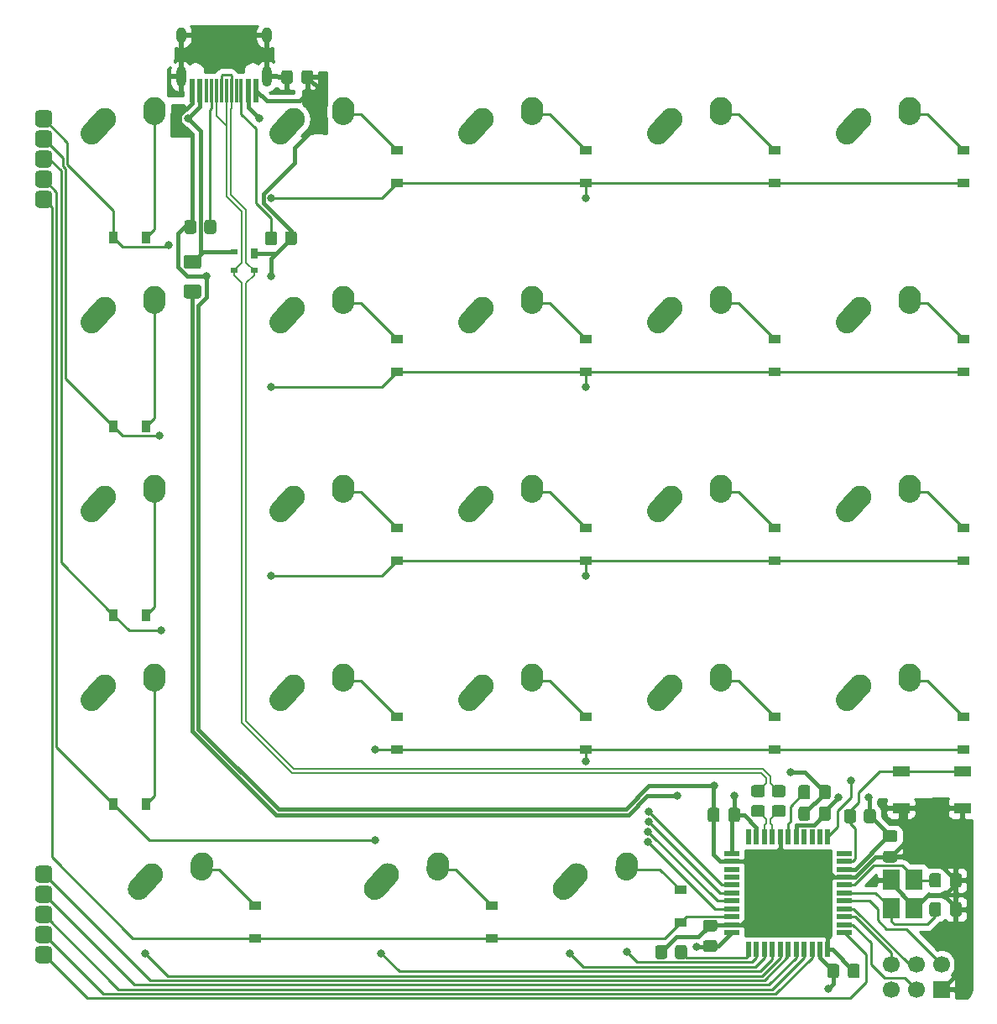
<source format=gbl>
%TF.GenerationSoftware,KiCad,Pcbnew,(5.1.12)-1*%
%TF.CreationDate,2022-01-05T00:46:49-05:00*%
%TF.ProjectId,gasket-2,6761736b-6574-42d3-922e-6b696361645f,rev?*%
%TF.SameCoordinates,Original*%
%TF.FileFunction,Copper,L2,Bot*%
%TF.FilePolarity,Positive*%
%FSLAX46Y46*%
G04 Gerber Fmt 4.6, Leading zero omitted, Abs format (unit mm)*
G04 Created by KiCad (PCBNEW (5.1.12)-1) date 2022-01-05 00:46:49*
%MOMM*%
%LPD*%
G01*
G04 APERTURE LIST*
%TA.AperFunction,ComponentPad*%
%ADD10C,2.250000*%
%TD*%
%TA.AperFunction,SMDPad,CuDef*%
%ADD11R,1.800000X2.100000*%
%TD*%
%TA.AperFunction,SMDPad,CuDef*%
%ADD12R,0.600000X2.450000*%
%TD*%
%TA.AperFunction,SMDPad,CuDef*%
%ADD13R,0.300000X2.450000*%
%TD*%
%TA.AperFunction,ComponentPad*%
%ADD14O,1.000000X2.100000*%
%TD*%
%TA.AperFunction,ComponentPad*%
%ADD15O,1.000000X1.600000*%
%TD*%
%TA.AperFunction,SMDPad,CuDef*%
%ADD16R,0.700000X0.600000*%
%TD*%
%TA.AperFunction,SMDPad,CuDef*%
%ADD17R,0.700000X1.000000*%
%TD*%
%TA.AperFunction,SMDPad,CuDef*%
%ADD18R,0.550000X1.500000*%
%TD*%
%TA.AperFunction,SMDPad,CuDef*%
%ADD19R,1.500000X0.550000*%
%TD*%
%TA.AperFunction,SMDPad,CuDef*%
%ADD20R,1.800000X1.100000*%
%TD*%
%TA.AperFunction,ComponentPad*%
%ADD21R,1.700000X1.700000*%
%TD*%
%TA.AperFunction,ComponentPad*%
%ADD22C,1.700000*%
%TD*%
%TA.AperFunction,SMDPad,CuDef*%
%ADD23R,1.200000X0.900000*%
%TD*%
%TA.AperFunction,SMDPad,CuDef*%
%ADD24R,0.900000X1.200000*%
%TD*%
%TA.AperFunction,ViaPad*%
%ADD25C,0.800000*%
%TD*%
%TA.AperFunction,Conductor*%
%ADD26C,0.381000*%
%TD*%
%TA.AperFunction,Conductor*%
%ADD27C,0.254000*%
%TD*%
%TA.AperFunction,Conductor*%
%ADD28C,0.200000*%
%TD*%
%TA.AperFunction,Conductor*%
%ADD29C,0.100000*%
%TD*%
G04 APERTURE END LIST*
D10*
%TO.P,MX25,1*%
%TO.N,COL5*%
X123706250Y-46006250D03*
%TA.AperFunction,ComponentPad*%
G36*
G01*
X121644938Y-48303600D02*
X121644933Y-48303595D01*
G75*
G02*
X121558905Y-46714933I751317J837345D01*
G01*
X122868907Y-45254933D01*
G75*
G02*
X124457569Y-45168905I837345J-751317D01*
G01*
X124457569Y-45168905D01*
G75*
G02*
X124543597Y-46757567I-751317J-837345D01*
G01*
X123233595Y-48217567D01*
G75*
G02*
X121644933Y-48303595I-837345J751317D01*
G01*
G37*
%TD.AperFunction*%
%TO.P,MX25,2*%
%TO.N,Net-(D25-Pad2)*%
X128746250Y-44926250D03*
%TA.AperFunction,ComponentPad*%
G36*
G01*
X128629733Y-46628645D02*
X128628847Y-46628584D01*
G75*
G02*
X127583916Y-45428847I77403J1122334D01*
G01*
X127623916Y-44848847D01*
G75*
G02*
X128823653Y-43803916I1122334J-77403D01*
G01*
X128823653Y-43803916D01*
G75*
G02*
X129868584Y-45003653I-77403J-1122334D01*
G01*
X129828584Y-45583653D01*
G75*
G02*
X128628847Y-46628584I-1122334J77403D01*
G01*
G37*
%TD.AperFunction*%
%TD*%
%TO.P,MX26,1*%
%TO.N,COL5*%
X123706250Y-65056250D03*
%TA.AperFunction,ComponentPad*%
G36*
G01*
X121644938Y-67353600D02*
X121644933Y-67353595D01*
G75*
G02*
X121558905Y-65764933I751317J837345D01*
G01*
X122868907Y-64304933D01*
G75*
G02*
X124457569Y-64218905I837345J-751317D01*
G01*
X124457569Y-64218905D01*
G75*
G02*
X124543597Y-65807567I-751317J-837345D01*
G01*
X123233595Y-67267567D01*
G75*
G02*
X121644933Y-67353595I-837345J751317D01*
G01*
G37*
%TD.AperFunction*%
%TO.P,MX26,2*%
%TO.N,Net-(D26-Pad2)*%
X128746250Y-63976250D03*
%TA.AperFunction,ComponentPad*%
G36*
G01*
X128629733Y-65678645D02*
X128628847Y-65678584D01*
G75*
G02*
X127583916Y-64478847I77403J1122334D01*
G01*
X127623916Y-63898847D01*
G75*
G02*
X128823653Y-62853916I1122334J-77403D01*
G01*
X128823653Y-62853916D01*
G75*
G02*
X129868584Y-64053653I-77403J-1122334D01*
G01*
X129828584Y-64633653D01*
G75*
G02*
X128628847Y-65678584I-1122334J77403D01*
G01*
G37*
%TD.AperFunction*%
%TD*%
%TO.P,M2,5*%
%TO.N,COL4*%
%TA.AperFunction,ComponentPad*%
G36*
G01*
X118418300Y-102685850D02*
X118418300Y-103562150D01*
G75*
G02*
X117980150Y-104000300I-438150J0D01*
G01*
X117103850Y-104000300D01*
G75*
G02*
X116665700Y-103562150I0J438150D01*
G01*
X116665700Y-102685850D01*
G75*
G02*
X117103850Y-102247700I438150J0D01*
G01*
X117980150Y-102247700D01*
G75*
G02*
X118418300Y-102685850I0J-438150D01*
G01*
G37*
%TD.AperFunction*%
%TO.P,M2,4*%
%TO.N,COL3*%
%TA.AperFunction,ComponentPad*%
G36*
G01*
X118418300Y-104717850D02*
X118418300Y-105594150D01*
G75*
G02*
X117980150Y-106032300I-438150J0D01*
G01*
X117103850Y-106032300D01*
G75*
G02*
X116665700Y-105594150I0J438150D01*
G01*
X116665700Y-104717850D01*
G75*
G02*
X117103850Y-104279700I438150J0D01*
G01*
X117980150Y-104279700D01*
G75*
G02*
X118418300Y-104717850I0J-438150D01*
G01*
G37*
%TD.AperFunction*%
%TO.P,M2,3*%
%TO.N,COL2*%
%TA.AperFunction,ComponentPad*%
G36*
G01*
X118418300Y-106749850D02*
X118418300Y-107626150D01*
G75*
G02*
X117980150Y-108064300I-438150J0D01*
G01*
X117103850Y-108064300D01*
G75*
G02*
X116665700Y-107626150I0J438150D01*
G01*
X116665700Y-106749850D01*
G75*
G02*
X117103850Y-106311700I438150J0D01*
G01*
X117980150Y-106311700D01*
G75*
G02*
X118418300Y-106749850I0J-438150D01*
G01*
G37*
%TD.AperFunction*%
%TO.P,M2,2*%
%TO.N,COL1*%
%TA.AperFunction,ComponentPad*%
G36*
G01*
X118418300Y-108781850D02*
X118418300Y-109658150D01*
G75*
G02*
X117980150Y-110096300I-438150J0D01*
G01*
X117103850Y-110096300D01*
G75*
G02*
X116665700Y-109658150I0J438150D01*
G01*
X116665700Y-108781850D01*
G75*
G02*
X117103850Y-108343700I438150J0D01*
G01*
X117980150Y-108343700D01*
G75*
G02*
X118418300Y-108781850I0J-438150D01*
G01*
G37*
%TD.AperFunction*%
%TO.P,M2,1*%
%TO.N,COL0*%
%TA.AperFunction,ComponentPad*%
G36*
G01*
X118418300Y-110813850D02*
X118418300Y-111690150D01*
G75*
G02*
X117980150Y-112128300I-438150J0D01*
G01*
X117103850Y-112128300D01*
G75*
G02*
X116665700Y-111690150I0J438150D01*
G01*
X116665700Y-110813850D01*
G75*
G02*
X117103850Y-110375700I438150J0D01*
G01*
X117980150Y-110375700D01*
G75*
G02*
X118418300Y-110813850I0J-438150D01*
G01*
G37*
%TD.AperFunction*%
%TD*%
%TO.P,M1,5*%
%TO.N,ROW4*%
%TA.AperFunction,ComponentPad*%
G36*
G01*
X116663700Y-35490150D02*
X116663700Y-34613850D01*
G75*
G02*
X117101850Y-34175700I438150J0D01*
G01*
X117978150Y-34175700D01*
G75*
G02*
X118416300Y-34613850I0J-438150D01*
G01*
X118416300Y-35490150D01*
G75*
G02*
X117978150Y-35928300I-438150J0D01*
G01*
X117101850Y-35928300D01*
G75*
G02*
X116663700Y-35490150I0J438150D01*
G01*
G37*
%TD.AperFunction*%
%TO.P,M1,4*%
%TO.N,ROW3*%
%TA.AperFunction,ComponentPad*%
G36*
G01*
X116663700Y-33458150D02*
X116663700Y-32581850D01*
G75*
G02*
X117101850Y-32143700I438150J0D01*
G01*
X117978150Y-32143700D01*
G75*
G02*
X118416300Y-32581850I0J-438150D01*
G01*
X118416300Y-33458150D01*
G75*
G02*
X117978150Y-33896300I-438150J0D01*
G01*
X117101850Y-33896300D01*
G75*
G02*
X116663700Y-33458150I0J438150D01*
G01*
G37*
%TD.AperFunction*%
%TO.P,M1,3*%
%TO.N,ROW2*%
%TA.AperFunction,ComponentPad*%
G36*
G01*
X116663700Y-31426150D02*
X116663700Y-30549850D01*
G75*
G02*
X117101850Y-30111700I438150J0D01*
G01*
X117978150Y-30111700D01*
G75*
G02*
X118416300Y-30549850I0J-438150D01*
G01*
X118416300Y-31426150D01*
G75*
G02*
X117978150Y-31864300I-438150J0D01*
G01*
X117101850Y-31864300D01*
G75*
G02*
X116663700Y-31426150I0J438150D01*
G01*
G37*
%TD.AperFunction*%
%TO.P,M1,2*%
%TO.N,ROW1*%
%TA.AperFunction,ComponentPad*%
G36*
G01*
X116663700Y-29394150D02*
X116663700Y-28517850D01*
G75*
G02*
X117101850Y-28079700I438150J0D01*
G01*
X117978150Y-28079700D01*
G75*
G02*
X118416300Y-28517850I0J-438150D01*
G01*
X118416300Y-29394150D01*
G75*
G02*
X117978150Y-29832300I-438150J0D01*
G01*
X117101850Y-29832300D01*
G75*
G02*
X116663700Y-29394150I0J438150D01*
G01*
G37*
%TD.AperFunction*%
%TO.P,M1,1*%
%TO.N,ROW0*%
%TA.AperFunction,ComponentPad*%
G36*
G01*
X116663700Y-27362150D02*
X116663700Y-26485850D01*
G75*
G02*
X117101850Y-26047700I438150J0D01*
G01*
X117978150Y-26047700D01*
G75*
G02*
X118416300Y-26485850I0J-438150D01*
G01*
X118416300Y-27362150D01*
G75*
G02*
X117978150Y-27800300I-438150J0D01*
G01*
X117101850Y-27800300D01*
G75*
G02*
X116663700Y-27362150I0J438150D01*
G01*
G37*
%TD.AperFunction*%
%TD*%
%TO.P,MX24,1*%
%TO.N,COL5*%
X123706250Y-26956250D03*
%TA.AperFunction,ComponentPad*%
G36*
G01*
X121644938Y-29253600D02*
X121644933Y-29253595D01*
G75*
G02*
X121558905Y-27664933I751317J837345D01*
G01*
X122868907Y-26204933D01*
G75*
G02*
X124457569Y-26118905I837345J-751317D01*
G01*
X124457569Y-26118905D01*
G75*
G02*
X124543597Y-27707567I-751317J-837345D01*
G01*
X123233595Y-29167567D01*
G75*
G02*
X121644933Y-29253595I-837345J751317D01*
G01*
G37*
%TD.AperFunction*%
%TO.P,MX24,2*%
%TO.N,Net-(D24-Pad2)*%
X128746250Y-25876250D03*
%TA.AperFunction,ComponentPad*%
G36*
G01*
X128629733Y-27578645D02*
X128628847Y-27578584D01*
G75*
G02*
X127583916Y-26378847I77403J1122334D01*
G01*
X127623916Y-25798847D01*
G75*
G02*
X128823653Y-24753916I1122334J-77403D01*
G01*
X128823653Y-24753916D01*
G75*
G02*
X129868584Y-25953653I-77403J-1122334D01*
G01*
X129828584Y-26533653D01*
G75*
G02*
X128628847Y-27578584I-1122334J77403D01*
G01*
G37*
%TD.AperFunction*%
%TD*%
%TO.P,FB1,2*%
%TO.N,Earth*%
%TA.AperFunction,SMDPad,CuDef*%
G36*
G01*
X142670000Y-22282999D02*
X142670000Y-23183001D01*
G75*
G02*
X142420001Y-23433000I-249999J0D01*
G01*
X141769999Y-23433000D01*
G75*
G02*
X141520000Y-23183001I0J249999D01*
G01*
X141520000Y-22282999D01*
G75*
G02*
X141769999Y-22033000I249999J0D01*
G01*
X142420001Y-22033000D01*
G75*
G02*
X142670000Y-22282999I0J-249999D01*
G01*
G37*
%TD.AperFunction*%
%TO.P,FB1,1*%
%TO.N,GND*%
%TA.AperFunction,SMDPad,CuDef*%
G36*
G01*
X144720000Y-22282999D02*
X144720000Y-23183001D01*
G75*
G02*
X144470001Y-23433000I-249999J0D01*
G01*
X143819999Y-23433000D01*
G75*
G02*
X143570000Y-23183001I0J249999D01*
G01*
X143570000Y-22282999D01*
G75*
G02*
X143819999Y-22033000I249999J0D01*
G01*
X144470001Y-22033000D01*
G75*
G02*
X144720000Y-22282999I0J-249999D01*
G01*
G37*
%TD.AperFunction*%
%TD*%
%TO.P,MX46,1*%
%TO.N,COL9*%
X199906250Y-84106250D03*
%TA.AperFunction,ComponentPad*%
G36*
G01*
X197844938Y-86403600D02*
X197844933Y-86403595D01*
G75*
G02*
X197758905Y-84814933I751317J837345D01*
G01*
X199068907Y-83354933D01*
G75*
G02*
X200657569Y-83268905I837345J-751317D01*
G01*
X200657569Y-83268905D01*
G75*
G02*
X200743597Y-84857567I-751317J-837345D01*
G01*
X199433595Y-86317567D01*
G75*
G02*
X197844933Y-86403595I-837345J751317D01*
G01*
G37*
%TD.AperFunction*%
%TO.P,MX46,2*%
%TO.N,Net-(D46-Pad2)*%
X204946250Y-83026250D03*
%TA.AperFunction,ComponentPad*%
G36*
G01*
X204829733Y-84728645D02*
X204828847Y-84728584D01*
G75*
G02*
X203783916Y-83528847I77403J1122334D01*
G01*
X203823916Y-82948847D01*
G75*
G02*
X205023653Y-81903916I1122334J-77403D01*
G01*
X205023653Y-81903916D01*
G75*
G02*
X206068584Y-83103653I-77403J-1122334D01*
G01*
X206028584Y-83683653D01*
G75*
G02*
X204828847Y-84728584I-1122334J77403D01*
G01*
G37*
%TD.AperFunction*%
%TD*%
%TO.P,MX42,1*%
%TO.N,COL8*%
X180856250Y-84106250D03*
%TA.AperFunction,ComponentPad*%
G36*
G01*
X178794938Y-86403600D02*
X178794933Y-86403595D01*
G75*
G02*
X178708905Y-84814933I751317J837345D01*
G01*
X180018907Y-83354933D01*
G75*
G02*
X181607569Y-83268905I837345J-751317D01*
G01*
X181607569Y-83268905D01*
G75*
G02*
X181693597Y-84857567I-751317J-837345D01*
G01*
X180383595Y-86317567D01*
G75*
G02*
X178794933Y-86403595I-837345J751317D01*
G01*
G37*
%TD.AperFunction*%
%TO.P,MX42,2*%
%TO.N,Net-(D42-Pad2)*%
X185896250Y-83026250D03*
%TA.AperFunction,ComponentPad*%
G36*
G01*
X185779733Y-84728645D02*
X185778847Y-84728584D01*
G75*
G02*
X184733916Y-83528847I77403J1122334D01*
G01*
X184773916Y-82948847D01*
G75*
G02*
X185973653Y-81903916I1122334J-77403D01*
G01*
X185973653Y-81903916D01*
G75*
G02*
X187018584Y-83103653I-77403J-1122334D01*
G01*
X186978584Y-83683653D01*
G75*
G02*
X185778847Y-84728584I-1122334J77403D01*
G01*
G37*
%TD.AperFunction*%
%TD*%
%TO.P,MX39,1*%
%TO.N,COL8*%
X180856250Y-26956250D03*
%TA.AperFunction,ComponentPad*%
G36*
G01*
X178794938Y-29253600D02*
X178794933Y-29253595D01*
G75*
G02*
X178708905Y-27664933I751317J837345D01*
G01*
X180018907Y-26204933D01*
G75*
G02*
X181607569Y-26118905I837345J-751317D01*
G01*
X181607569Y-26118905D01*
G75*
G02*
X181693597Y-27707567I-751317J-837345D01*
G01*
X180383595Y-29167567D01*
G75*
G02*
X178794933Y-29253595I-837345J751317D01*
G01*
G37*
%TD.AperFunction*%
%TO.P,MX39,2*%
%TO.N,Net-(D39-Pad2)*%
X185896250Y-25876250D03*
%TA.AperFunction,ComponentPad*%
G36*
G01*
X185779733Y-27578645D02*
X185778847Y-27578584D01*
G75*
G02*
X184733916Y-26378847I77403J1122334D01*
G01*
X184773916Y-25798847D01*
G75*
G02*
X185973653Y-24753916I1122334J-77403D01*
G01*
X185973653Y-24753916D01*
G75*
G02*
X187018584Y-25953653I-77403J-1122334D01*
G01*
X186978584Y-26533653D01*
G75*
G02*
X185778847Y-27578584I-1122334J77403D01*
G01*
G37*
%TD.AperFunction*%
%TD*%
D11*
%TO.P,Y1,1*%
%TO.N,Net-(C1-Pad1)*%
X203066000Y-106606000D03*
%TO.P,Y1,2*%
%TO.N,GND*%
X203066000Y-103706000D03*
%TO.P,Y1,3*%
%TO.N,Net-(C2-Pad1)*%
X205366000Y-103706000D03*
%TO.P,Y1,4*%
%TO.N,GND*%
X205366000Y-106606000D03*
%TD*%
D12*
%TO.P,USB1,12*%
%TO.N,GND*%
X138956250Y-24070000D03*
%TO.P,USB1,1*%
X132506250Y-24070000D03*
%TO.P,USB1,11*%
%TO.N,VCC*%
X138181250Y-24070000D03*
%TO.P,USB1,2*%
X133281250Y-24070000D03*
D13*
%TO.P,USB1,3*%
%TO.N,Net-(USB1-Pad3)*%
X133981250Y-24070000D03*
%TO.P,USB1,10*%
%TO.N,Net-(R3-Pad1)*%
X137481250Y-24070000D03*
%TO.P,USB1,4*%
%TO.N,Net-(R4-Pad1)*%
X134481250Y-24070000D03*
%TO.P,USB1,9*%
%TO.N,Net-(USB1-Pad9)*%
X136981250Y-24070000D03*
%TO.P,USB1,5*%
%TO.N,DN*%
X134981250Y-24070000D03*
%TO.P,USB1,8*%
%TO.N,DP*%
X136481250Y-24070000D03*
%TO.P,USB1,7*%
%TO.N,DN*%
X135981250Y-24070000D03*
%TO.P,USB1,6*%
%TO.N,DP*%
X135481250Y-24070000D03*
D14*
%TO.P,USB1,13*%
%TO.N,Earth*%
X131411250Y-22655000D03*
X140051250Y-22655000D03*
D15*
X131411250Y-18475000D03*
X140051250Y-18475000D03*
%TD*%
D16*
%TO.P,U2,3*%
%TO.N,DN*%
X136763250Y-42225000D03*
%TO.P,U2,2*%
%TO.N,DP*%
X138763250Y-42225000D03*
%TO.P,U2,4*%
%TO.N,VCC*%
X136763250Y-40325000D03*
D17*
%TO.P,U2,1*%
%TO.N,GND*%
X138763250Y-40525000D03*
%TD*%
D18*
%TO.P,U1,1*%
%TO.N,Net-(U1-Pad1)*%
X188659000Y-99329000D03*
%TO.P,U1,2*%
%TO.N,+5V*%
X189459000Y-99329000D03*
%TO.P,U1,3*%
%TO.N,D-*%
X190259000Y-99329000D03*
%TO.P,U1,4*%
%TO.N,D+*%
X191059000Y-99329000D03*
%TO.P,U1,5*%
%TO.N,GND*%
X191859000Y-99329000D03*
%TO.P,U1,6*%
%TO.N,Net-(C4-Pad1)*%
X192659000Y-99329000D03*
%TO.P,U1,7*%
%TO.N,+5V*%
X193459000Y-99329000D03*
%TO.P,U1,8*%
%TO.N,Net-(U1-Pad8)*%
X194259000Y-99329000D03*
%TO.P,U1,9*%
%TO.N,Net-(U1-Pad9)*%
X195059000Y-99329000D03*
%TO.P,U1,10*%
%TO.N,Net-(U1-Pad10)*%
X195859000Y-99329000D03*
%TO.P,U1,11*%
%TO.N,COL9*%
X196659000Y-99329000D03*
D19*
%TO.P,U1,12*%
%TO.N,Net-(U1-Pad12)*%
X198359000Y-101029000D03*
%TO.P,U1,13*%
%TO.N,Net-(R1-Pad2)*%
X198359000Y-101829000D03*
%TO.P,U1,14*%
%TO.N,+5V*%
X198359000Y-102629000D03*
%TO.P,U1,15*%
%TO.N,GND*%
X198359000Y-103429000D03*
%TO.P,U1,16*%
%TO.N,Net-(C2-Pad1)*%
X198359000Y-104229000D03*
%TO.P,U1,17*%
%TO.N,Net-(C1-Pad1)*%
X198359000Y-105029000D03*
%TO.P,U1,18*%
%TO.N,RST*%
X198359000Y-105829000D03*
%TO.P,U1,19*%
%TO.N,SCK*%
X198359000Y-106629000D03*
%TO.P,U1,20*%
%TO.N,MISO*%
X198359000Y-107429000D03*
%TO.P,U1,21*%
%TO.N,MOSI*%
X198359000Y-108229000D03*
%TO.P,U1,22*%
%TO.N,COL0*%
X198359000Y-109029000D03*
D18*
%TO.P,U1,23*%
%TO.N,GND*%
X196659000Y-110729000D03*
%TO.P,U1,24*%
%TO.N,+5V*%
X195859000Y-110729000D03*
%TO.P,U1,25*%
%TO.N,COL1*%
X195059000Y-110729000D03*
%TO.P,U1,26*%
%TO.N,COL2*%
X194259000Y-110729000D03*
%TO.P,U1,27*%
%TO.N,COL3*%
X193459000Y-110729000D03*
%TO.P,U1,28*%
%TO.N,COL4*%
X192659000Y-110729000D03*
%TO.P,U1,29*%
%TO.N,COL5*%
X191859000Y-110729000D03*
%TO.P,U1,30*%
%TO.N,COL6*%
X191059000Y-110729000D03*
%TO.P,U1,31*%
%TO.N,COL7*%
X190259000Y-110729000D03*
%TO.P,U1,32*%
%TO.N,COL8*%
X189459000Y-110729000D03*
%TO.P,U1,33*%
%TO.N,Net-(R2-Pad2)*%
X188659000Y-110729000D03*
D19*
%TO.P,U1,34*%
%TO.N,+5V*%
X186959000Y-109029000D03*
%TO.P,U1,35*%
%TO.N,GND*%
X186959000Y-108229000D03*
%TO.P,U1,36*%
%TO.N,ROW4*%
X186959000Y-107429000D03*
%TO.P,U1,37*%
%TO.N,ROW3*%
X186959000Y-106629000D03*
%TO.P,U1,38*%
%TO.N,ROW2*%
X186959000Y-105829000D03*
%TO.P,U1,39*%
%TO.N,ROW1*%
X186959000Y-105029000D03*
%TO.P,U1,40*%
%TO.N,ROW0*%
X186959000Y-104229000D03*
%TO.P,U1,41*%
%TO.N,Net-(U1-Pad41)*%
X186959000Y-103429000D03*
%TO.P,U1,42*%
%TO.N,Net-(U1-Pad42)*%
X186959000Y-102629000D03*
%TO.P,U1,43*%
%TO.N,GND*%
X186959000Y-101829000D03*
%TO.P,U1,44*%
%TO.N,+5V*%
X186959000Y-101029000D03*
%TD*%
D20*
%TO.P,SW1,2*%
%TO.N,Net-(R1-Pad2)*%
X210237000Y-92765000D03*
X204037000Y-92765000D03*
%TO.P,SW1,1*%
%TO.N,GND*%
X210237000Y-96465000D03*
X204037000Y-96465000D03*
%TD*%
%TO.P,R6,1*%
%TO.N,D+*%
%TA.AperFunction,SMDPad,CuDef*%
G36*
G01*
X192157001Y-97358000D02*
X191256999Y-97358000D01*
G75*
G02*
X191007000Y-97108001I0J249999D01*
G01*
X191007000Y-96407999D01*
G75*
G02*
X191256999Y-96158000I249999J0D01*
G01*
X192157001Y-96158000D01*
G75*
G02*
X192407000Y-96407999I0J-249999D01*
G01*
X192407000Y-97108001D01*
G75*
G02*
X192157001Y-97358000I-249999J0D01*
G01*
G37*
%TD.AperFunction*%
%TO.P,R6,2*%
%TO.N,DP*%
%TA.AperFunction,SMDPad,CuDef*%
G36*
G01*
X192157001Y-95358000D02*
X191256999Y-95358000D01*
G75*
G02*
X191007000Y-95108001I0J249999D01*
G01*
X191007000Y-94407999D01*
G75*
G02*
X191256999Y-94158000I249999J0D01*
G01*
X192157001Y-94158000D01*
G75*
G02*
X192407000Y-94407999I0J-249999D01*
G01*
X192407000Y-95108001D01*
G75*
G02*
X192157001Y-95358000I-249999J0D01*
G01*
G37*
%TD.AperFunction*%
%TD*%
%TO.P,R5,1*%
%TO.N,D-*%
%TA.AperFunction,SMDPad,CuDef*%
G36*
G01*
X190061001Y-97358000D02*
X189160999Y-97358000D01*
G75*
G02*
X188911000Y-97108001I0J249999D01*
G01*
X188911000Y-96407999D01*
G75*
G02*
X189160999Y-96158000I249999J0D01*
G01*
X190061001Y-96158000D01*
G75*
G02*
X190311000Y-96407999I0J-249999D01*
G01*
X190311000Y-97108001D01*
G75*
G02*
X190061001Y-97358000I-249999J0D01*
G01*
G37*
%TD.AperFunction*%
%TO.P,R5,2*%
%TO.N,DN*%
%TA.AperFunction,SMDPad,CuDef*%
G36*
G01*
X190061001Y-95358000D02*
X189160999Y-95358000D01*
G75*
G02*
X188911000Y-95108001I0J249999D01*
G01*
X188911000Y-94407999D01*
G75*
G02*
X189160999Y-94158000I249999J0D01*
G01*
X190061001Y-94158000D01*
G75*
G02*
X190311000Y-94407999I0J-249999D01*
G01*
X190311000Y-95108001D01*
G75*
G02*
X190061001Y-95358000I-249999J0D01*
G01*
G37*
%TD.AperFunction*%
%TD*%
%TO.P,R4,2*%
%TO.N,GND*%
%TA.AperFunction,SMDPad,CuDef*%
G36*
G01*
X132950000Y-37395999D02*
X132950000Y-38296001D01*
G75*
G02*
X132700001Y-38546000I-249999J0D01*
G01*
X131999999Y-38546000D01*
G75*
G02*
X131750000Y-38296001I0J249999D01*
G01*
X131750000Y-37395999D01*
G75*
G02*
X131999999Y-37146000I249999J0D01*
G01*
X132700001Y-37146000D01*
G75*
G02*
X132950000Y-37395999I0J-249999D01*
G01*
G37*
%TD.AperFunction*%
%TO.P,R4,1*%
%TO.N,Net-(R4-Pad1)*%
%TA.AperFunction,SMDPad,CuDef*%
G36*
G01*
X134950000Y-37395999D02*
X134950000Y-38296001D01*
G75*
G02*
X134700001Y-38546000I-249999J0D01*
G01*
X133999999Y-38546000D01*
G75*
G02*
X133750000Y-38296001I0J249999D01*
G01*
X133750000Y-37395999D01*
G75*
G02*
X133999999Y-37146000I249999J0D01*
G01*
X134700001Y-37146000D01*
G75*
G02*
X134950000Y-37395999I0J-249999D01*
G01*
G37*
%TD.AperFunction*%
%TD*%
%TO.P,R3,2*%
%TO.N,GND*%
%TA.AperFunction,SMDPad,CuDef*%
G36*
G01*
X141894000Y-39439001D02*
X141894000Y-38538999D01*
G75*
G02*
X142143999Y-38289000I249999J0D01*
G01*
X142844001Y-38289000D01*
G75*
G02*
X143094000Y-38538999I0J-249999D01*
G01*
X143094000Y-39439001D01*
G75*
G02*
X142844001Y-39689000I-249999J0D01*
G01*
X142143999Y-39689000D01*
G75*
G02*
X141894000Y-39439001I0J249999D01*
G01*
G37*
%TD.AperFunction*%
%TO.P,R3,1*%
%TO.N,Net-(R3-Pad1)*%
%TA.AperFunction,SMDPad,CuDef*%
G36*
G01*
X139894000Y-39439001D02*
X139894000Y-38538999D01*
G75*
G02*
X140143999Y-38289000I249999J0D01*
G01*
X140844001Y-38289000D01*
G75*
G02*
X141094000Y-38538999I0J-249999D01*
G01*
X141094000Y-39439001D01*
G75*
G02*
X140844001Y-39689000I-249999J0D01*
G01*
X140143999Y-39689000D01*
G75*
G02*
X139894000Y-39439001I0J249999D01*
G01*
G37*
%TD.AperFunction*%
%TD*%
%TO.P,R2,1*%
%TO.N,GND*%
%TA.AperFunction,SMDPad,CuDef*%
G36*
G01*
X179248000Y-111448001D02*
X179248000Y-110547999D01*
G75*
G02*
X179497999Y-110298000I249999J0D01*
G01*
X180198001Y-110298000D01*
G75*
G02*
X180448000Y-110547999I0J-249999D01*
G01*
X180448000Y-111448001D01*
G75*
G02*
X180198001Y-111698000I-249999J0D01*
G01*
X179497999Y-111698000D01*
G75*
G02*
X179248000Y-111448001I0J249999D01*
G01*
G37*
%TD.AperFunction*%
%TO.P,R2,2*%
%TO.N,Net-(R2-Pad2)*%
%TA.AperFunction,SMDPad,CuDef*%
G36*
G01*
X181248000Y-111448001D02*
X181248000Y-110547999D01*
G75*
G02*
X181497999Y-110298000I249999J0D01*
G01*
X182198001Y-110298000D01*
G75*
G02*
X182448000Y-110547999I0J-249999D01*
G01*
X182448000Y-111448001D01*
G75*
G02*
X182198001Y-111698000I-249999J0D01*
G01*
X181497999Y-111698000D01*
G75*
G02*
X181248000Y-111448001I0J249999D01*
G01*
G37*
%TD.AperFunction*%
%TD*%
%TO.P,R1,1*%
%TO.N,+5V*%
%TA.AperFunction,SMDPad,CuDef*%
G36*
G01*
X201498000Y-96831999D02*
X201498000Y-97732001D01*
G75*
G02*
X201248001Y-97982000I-249999J0D01*
G01*
X200547999Y-97982000D01*
G75*
G02*
X200298000Y-97732001I0J249999D01*
G01*
X200298000Y-96831999D01*
G75*
G02*
X200547999Y-96582000I249999J0D01*
G01*
X201248001Y-96582000D01*
G75*
G02*
X201498000Y-96831999I0J-249999D01*
G01*
G37*
%TD.AperFunction*%
%TO.P,R1,2*%
%TO.N,Net-(R1-Pad2)*%
%TA.AperFunction,SMDPad,CuDef*%
G36*
G01*
X199498000Y-96831999D02*
X199498000Y-97732001D01*
G75*
G02*
X199248001Y-97982000I-249999J0D01*
G01*
X198547999Y-97982000D01*
G75*
G02*
X198298000Y-97732001I0J249999D01*
G01*
X198298000Y-96831999D01*
G75*
G02*
X198547999Y-96582000I249999J0D01*
G01*
X199248001Y-96582000D01*
G75*
G02*
X199498000Y-96831999I0J-249999D01*
G01*
G37*
%TD.AperFunction*%
%TD*%
D10*
%TO.P,MX45,1*%
%TO.N,COL9*%
X199906250Y-65056250D03*
%TA.AperFunction,ComponentPad*%
G36*
G01*
X197844938Y-67353600D02*
X197844933Y-67353595D01*
G75*
G02*
X197758905Y-65764933I751317J837345D01*
G01*
X199068907Y-64304933D01*
G75*
G02*
X200657569Y-64218905I837345J-751317D01*
G01*
X200657569Y-64218905D01*
G75*
G02*
X200743597Y-65807567I-751317J-837345D01*
G01*
X199433595Y-67267567D01*
G75*
G02*
X197844933Y-67353595I-837345J751317D01*
G01*
G37*
%TD.AperFunction*%
%TO.P,MX45,2*%
%TO.N,Net-(D45-Pad2)*%
X204946250Y-63976250D03*
%TA.AperFunction,ComponentPad*%
G36*
G01*
X204829733Y-65678645D02*
X204828847Y-65678584D01*
G75*
G02*
X203783916Y-64478847I77403J1122334D01*
G01*
X203823916Y-63898847D01*
G75*
G02*
X205023653Y-62853916I1122334J-77403D01*
G01*
X205023653Y-62853916D01*
G75*
G02*
X206068584Y-64053653I-77403J-1122334D01*
G01*
X206028584Y-64633653D01*
G75*
G02*
X204828847Y-65678584I-1122334J77403D01*
G01*
G37*
%TD.AperFunction*%
%TD*%
%TO.P,MX44,1*%
%TO.N,COL9*%
X199906250Y-46006250D03*
%TA.AperFunction,ComponentPad*%
G36*
G01*
X197844938Y-48303600D02*
X197844933Y-48303595D01*
G75*
G02*
X197758905Y-46714933I751317J837345D01*
G01*
X199068907Y-45254933D01*
G75*
G02*
X200657569Y-45168905I837345J-751317D01*
G01*
X200657569Y-45168905D01*
G75*
G02*
X200743597Y-46757567I-751317J-837345D01*
G01*
X199433595Y-48217567D01*
G75*
G02*
X197844933Y-48303595I-837345J751317D01*
G01*
G37*
%TD.AperFunction*%
%TO.P,MX44,2*%
%TO.N,Net-(D44-Pad2)*%
X204946250Y-44926250D03*
%TA.AperFunction,ComponentPad*%
G36*
G01*
X204829733Y-46628645D02*
X204828847Y-46628584D01*
G75*
G02*
X203783916Y-45428847I77403J1122334D01*
G01*
X203823916Y-44848847D01*
G75*
G02*
X205023653Y-43803916I1122334J-77403D01*
G01*
X205023653Y-43803916D01*
G75*
G02*
X206068584Y-45003653I-77403J-1122334D01*
G01*
X206028584Y-45583653D01*
G75*
G02*
X204828847Y-46628584I-1122334J77403D01*
G01*
G37*
%TD.AperFunction*%
%TD*%
%TO.P,MX43,1*%
%TO.N,COL9*%
X199906250Y-26956250D03*
%TA.AperFunction,ComponentPad*%
G36*
G01*
X197844938Y-29253600D02*
X197844933Y-29253595D01*
G75*
G02*
X197758905Y-27664933I751317J837345D01*
G01*
X199068907Y-26204933D01*
G75*
G02*
X200657569Y-26118905I837345J-751317D01*
G01*
X200657569Y-26118905D01*
G75*
G02*
X200743597Y-27707567I-751317J-837345D01*
G01*
X199433595Y-29167567D01*
G75*
G02*
X197844933Y-29253595I-837345J751317D01*
G01*
G37*
%TD.AperFunction*%
%TO.P,MX43,2*%
%TO.N,Net-(D43-Pad2)*%
X204946250Y-25876250D03*
%TA.AperFunction,ComponentPad*%
G36*
G01*
X204829733Y-27578645D02*
X204828847Y-27578584D01*
G75*
G02*
X203783916Y-26378847I77403J1122334D01*
G01*
X203823916Y-25798847D01*
G75*
G02*
X205023653Y-24753916I1122334J-77403D01*
G01*
X205023653Y-24753916D01*
G75*
G02*
X206068584Y-25953653I-77403J-1122334D01*
G01*
X206028584Y-26533653D01*
G75*
G02*
X204828847Y-27578584I-1122334J77403D01*
G01*
G37*
%TD.AperFunction*%
%TD*%
%TO.P,MX41,1*%
%TO.N,COL8*%
X180856250Y-65056250D03*
%TA.AperFunction,ComponentPad*%
G36*
G01*
X178794938Y-67353600D02*
X178794933Y-67353595D01*
G75*
G02*
X178708905Y-65764933I751317J837345D01*
G01*
X180018907Y-64304933D01*
G75*
G02*
X181607569Y-64218905I837345J-751317D01*
G01*
X181607569Y-64218905D01*
G75*
G02*
X181693597Y-65807567I-751317J-837345D01*
G01*
X180383595Y-67267567D01*
G75*
G02*
X178794933Y-67353595I-837345J751317D01*
G01*
G37*
%TD.AperFunction*%
%TO.P,MX41,2*%
%TO.N,Net-(D41-Pad2)*%
X185896250Y-63976250D03*
%TA.AperFunction,ComponentPad*%
G36*
G01*
X185779733Y-65678645D02*
X185778847Y-65678584D01*
G75*
G02*
X184733916Y-64478847I77403J1122334D01*
G01*
X184773916Y-63898847D01*
G75*
G02*
X185973653Y-62853916I1122334J-77403D01*
G01*
X185973653Y-62853916D01*
G75*
G02*
X187018584Y-64053653I-77403J-1122334D01*
G01*
X186978584Y-64633653D01*
G75*
G02*
X185778847Y-65678584I-1122334J77403D01*
G01*
G37*
%TD.AperFunction*%
%TD*%
%TO.P,MX40,1*%
%TO.N,COL8*%
X180856250Y-46006250D03*
%TA.AperFunction,ComponentPad*%
G36*
G01*
X178794938Y-48303600D02*
X178794933Y-48303595D01*
G75*
G02*
X178708905Y-46714933I751317J837345D01*
G01*
X180018907Y-45254933D01*
G75*
G02*
X181607569Y-45168905I837345J-751317D01*
G01*
X181607569Y-45168905D01*
G75*
G02*
X181693597Y-46757567I-751317J-837345D01*
G01*
X180383595Y-48217567D01*
G75*
G02*
X178794933Y-48303595I-837345J751317D01*
G01*
G37*
%TD.AperFunction*%
%TO.P,MX40,2*%
%TO.N,Net-(D40-Pad2)*%
X185896250Y-44926250D03*
%TA.AperFunction,ComponentPad*%
G36*
G01*
X185779733Y-46628645D02*
X185778847Y-46628584D01*
G75*
G02*
X184733916Y-45428847I77403J1122334D01*
G01*
X184773916Y-44848847D01*
G75*
G02*
X185973653Y-43803916I1122334J-77403D01*
G01*
X185973653Y-43803916D01*
G75*
G02*
X187018584Y-45003653I-77403J-1122334D01*
G01*
X186978584Y-45583653D01*
G75*
G02*
X185778847Y-46628584I-1122334J77403D01*
G01*
G37*
%TD.AperFunction*%
%TD*%
%TO.P,MX38,1*%
%TO.N,COL7*%
X171331250Y-103156250D03*
%TA.AperFunction,ComponentPad*%
G36*
G01*
X169269938Y-105453600D02*
X169269933Y-105453595D01*
G75*
G02*
X169183905Y-103864933I751317J837345D01*
G01*
X170493907Y-102404933D01*
G75*
G02*
X172082569Y-102318905I837345J-751317D01*
G01*
X172082569Y-102318905D01*
G75*
G02*
X172168597Y-103907567I-751317J-837345D01*
G01*
X170858595Y-105367567D01*
G75*
G02*
X169269933Y-105453595I-837345J751317D01*
G01*
G37*
%TD.AperFunction*%
%TO.P,MX38,2*%
%TO.N,Net-(D38-Pad2)*%
X176371250Y-102076250D03*
%TA.AperFunction,ComponentPad*%
G36*
G01*
X176254733Y-103778645D02*
X176253847Y-103778584D01*
G75*
G02*
X175208916Y-102578847I77403J1122334D01*
G01*
X175248916Y-101998847D01*
G75*
G02*
X176448653Y-100953916I1122334J-77403D01*
G01*
X176448653Y-100953916D01*
G75*
G02*
X177493584Y-102153653I-77403J-1122334D01*
G01*
X177453584Y-102733653D01*
G75*
G02*
X176253847Y-103778584I-1122334J77403D01*
G01*
G37*
%TD.AperFunction*%
%TD*%
%TO.P,MX37,1*%
%TO.N,COL7*%
X161806250Y-84106250D03*
%TA.AperFunction,ComponentPad*%
G36*
G01*
X159744938Y-86403600D02*
X159744933Y-86403595D01*
G75*
G02*
X159658905Y-84814933I751317J837345D01*
G01*
X160968907Y-83354933D01*
G75*
G02*
X162557569Y-83268905I837345J-751317D01*
G01*
X162557569Y-83268905D01*
G75*
G02*
X162643597Y-84857567I-751317J-837345D01*
G01*
X161333595Y-86317567D01*
G75*
G02*
X159744933Y-86403595I-837345J751317D01*
G01*
G37*
%TD.AperFunction*%
%TO.P,MX37,2*%
%TO.N,Net-(D37-Pad2)*%
X166846250Y-83026250D03*
%TA.AperFunction,ComponentPad*%
G36*
G01*
X166729733Y-84728645D02*
X166728847Y-84728584D01*
G75*
G02*
X165683916Y-83528847I77403J1122334D01*
G01*
X165723916Y-82948847D01*
G75*
G02*
X166923653Y-81903916I1122334J-77403D01*
G01*
X166923653Y-81903916D01*
G75*
G02*
X167968584Y-83103653I-77403J-1122334D01*
G01*
X167928584Y-83683653D01*
G75*
G02*
X166728847Y-84728584I-1122334J77403D01*
G01*
G37*
%TD.AperFunction*%
%TD*%
%TO.P,MX36,1*%
%TO.N,COL7*%
X161806250Y-65056250D03*
%TA.AperFunction,ComponentPad*%
G36*
G01*
X159744938Y-67353600D02*
X159744933Y-67353595D01*
G75*
G02*
X159658905Y-65764933I751317J837345D01*
G01*
X160968907Y-64304933D01*
G75*
G02*
X162557569Y-64218905I837345J-751317D01*
G01*
X162557569Y-64218905D01*
G75*
G02*
X162643597Y-65807567I-751317J-837345D01*
G01*
X161333595Y-67267567D01*
G75*
G02*
X159744933Y-67353595I-837345J751317D01*
G01*
G37*
%TD.AperFunction*%
%TO.P,MX36,2*%
%TO.N,Net-(D36-Pad2)*%
X166846250Y-63976250D03*
%TA.AperFunction,ComponentPad*%
G36*
G01*
X166729733Y-65678645D02*
X166728847Y-65678584D01*
G75*
G02*
X165683916Y-64478847I77403J1122334D01*
G01*
X165723916Y-63898847D01*
G75*
G02*
X166923653Y-62853916I1122334J-77403D01*
G01*
X166923653Y-62853916D01*
G75*
G02*
X167968584Y-64053653I-77403J-1122334D01*
G01*
X167928584Y-64633653D01*
G75*
G02*
X166728847Y-65678584I-1122334J77403D01*
G01*
G37*
%TD.AperFunction*%
%TD*%
%TO.P,MX35,1*%
%TO.N,COL7*%
X161806250Y-46006250D03*
%TA.AperFunction,ComponentPad*%
G36*
G01*
X159744938Y-48303600D02*
X159744933Y-48303595D01*
G75*
G02*
X159658905Y-46714933I751317J837345D01*
G01*
X160968907Y-45254933D01*
G75*
G02*
X162557569Y-45168905I837345J-751317D01*
G01*
X162557569Y-45168905D01*
G75*
G02*
X162643597Y-46757567I-751317J-837345D01*
G01*
X161333595Y-48217567D01*
G75*
G02*
X159744933Y-48303595I-837345J751317D01*
G01*
G37*
%TD.AperFunction*%
%TO.P,MX35,2*%
%TO.N,Net-(D35-Pad2)*%
X166846250Y-44926250D03*
%TA.AperFunction,ComponentPad*%
G36*
G01*
X166729733Y-46628645D02*
X166728847Y-46628584D01*
G75*
G02*
X165683916Y-45428847I77403J1122334D01*
G01*
X165723916Y-44848847D01*
G75*
G02*
X166923653Y-43803916I1122334J-77403D01*
G01*
X166923653Y-43803916D01*
G75*
G02*
X167968584Y-45003653I-77403J-1122334D01*
G01*
X167928584Y-45583653D01*
G75*
G02*
X166728847Y-46628584I-1122334J77403D01*
G01*
G37*
%TD.AperFunction*%
%TD*%
%TO.P,MX34,1*%
%TO.N,COL7*%
X161806250Y-26956250D03*
%TA.AperFunction,ComponentPad*%
G36*
G01*
X159744938Y-29253600D02*
X159744933Y-29253595D01*
G75*
G02*
X159658905Y-27664933I751317J837345D01*
G01*
X160968907Y-26204933D01*
G75*
G02*
X162557569Y-26118905I837345J-751317D01*
G01*
X162557569Y-26118905D01*
G75*
G02*
X162643597Y-27707567I-751317J-837345D01*
G01*
X161333595Y-29167567D01*
G75*
G02*
X159744933Y-29253595I-837345J751317D01*
G01*
G37*
%TD.AperFunction*%
%TO.P,MX34,2*%
%TO.N,Net-(D34-Pad2)*%
X166846250Y-25876250D03*
%TA.AperFunction,ComponentPad*%
G36*
G01*
X166729733Y-27578645D02*
X166728847Y-27578584D01*
G75*
G02*
X165683916Y-26378847I77403J1122334D01*
G01*
X165723916Y-25798847D01*
G75*
G02*
X166923653Y-24753916I1122334J-77403D01*
G01*
X166923653Y-24753916D01*
G75*
G02*
X167968584Y-25953653I-77403J-1122334D01*
G01*
X167928584Y-26533653D01*
G75*
G02*
X166728847Y-27578584I-1122334J77403D01*
G01*
G37*
%TD.AperFunction*%
%TD*%
%TO.P,MX33,1*%
%TO.N,COL6*%
X152281250Y-103156250D03*
%TA.AperFunction,ComponentPad*%
G36*
G01*
X150219938Y-105453600D02*
X150219933Y-105453595D01*
G75*
G02*
X150133905Y-103864933I751317J837345D01*
G01*
X151443907Y-102404933D01*
G75*
G02*
X153032569Y-102318905I837345J-751317D01*
G01*
X153032569Y-102318905D01*
G75*
G02*
X153118597Y-103907567I-751317J-837345D01*
G01*
X151808595Y-105367567D01*
G75*
G02*
X150219933Y-105453595I-837345J751317D01*
G01*
G37*
%TD.AperFunction*%
%TO.P,MX33,2*%
%TO.N,Net-(D33-Pad2)*%
X157321250Y-102076250D03*
%TA.AperFunction,ComponentPad*%
G36*
G01*
X157204733Y-103778645D02*
X157203847Y-103778584D01*
G75*
G02*
X156158916Y-102578847I77403J1122334D01*
G01*
X156198916Y-101998847D01*
G75*
G02*
X157398653Y-100953916I1122334J-77403D01*
G01*
X157398653Y-100953916D01*
G75*
G02*
X158443584Y-102153653I-77403J-1122334D01*
G01*
X158403584Y-102733653D01*
G75*
G02*
X157203847Y-103778584I-1122334J77403D01*
G01*
G37*
%TD.AperFunction*%
%TD*%
%TO.P,MX32,1*%
%TO.N,COL6*%
X142756250Y-84106250D03*
%TA.AperFunction,ComponentPad*%
G36*
G01*
X140694938Y-86403600D02*
X140694933Y-86403595D01*
G75*
G02*
X140608905Y-84814933I751317J837345D01*
G01*
X141918907Y-83354933D01*
G75*
G02*
X143507569Y-83268905I837345J-751317D01*
G01*
X143507569Y-83268905D01*
G75*
G02*
X143593597Y-84857567I-751317J-837345D01*
G01*
X142283595Y-86317567D01*
G75*
G02*
X140694933Y-86403595I-837345J751317D01*
G01*
G37*
%TD.AperFunction*%
%TO.P,MX32,2*%
%TO.N,Net-(D32-Pad2)*%
X147796250Y-83026250D03*
%TA.AperFunction,ComponentPad*%
G36*
G01*
X147679733Y-84728645D02*
X147678847Y-84728584D01*
G75*
G02*
X146633916Y-83528847I77403J1122334D01*
G01*
X146673916Y-82948847D01*
G75*
G02*
X147873653Y-81903916I1122334J-77403D01*
G01*
X147873653Y-81903916D01*
G75*
G02*
X148918584Y-83103653I-77403J-1122334D01*
G01*
X148878584Y-83683653D01*
G75*
G02*
X147678847Y-84728584I-1122334J77403D01*
G01*
G37*
%TD.AperFunction*%
%TD*%
%TO.P,MX31,1*%
%TO.N,COL6*%
X142756250Y-65056250D03*
%TA.AperFunction,ComponentPad*%
G36*
G01*
X140694938Y-67353600D02*
X140694933Y-67353595D01*
G75*
G02*
X140608905Y-65764933I751317J837345D01*
G01*
X141918907Y-64304933D01*
G75*
G02*
X143507569Y-64218905I837345J-751317D01*
G01*
X143507569Y-64218905D01*
G75*
G02*
X143593597Y-65807567I-751317J-837345D01*
G01*
X142283595Y-67267567D01*
G75*
G02*
X140694933Y-67353595I-837345J751317D01*
G01*
G37*
%TD.AperFunction*%
%TO.P,MX31,2*%
%TO.N,Net-(D31-Pad2)*%
X147796250Y-63976250D03*
%TA.AperFunction,ComponentPad*%
G36*
G01*
X147679733Y-65678645D02*
X147678847Y-65678584D01*
G75*
G02*
X146633916Y-64478847I77403J1122334D01*
G01*
X146673916Y-63898847D01*
G75*
G02*
X147873653Y-62853916I1122334J-77403D01*
G01*
X147873653Y-62853916D01*
G75*
G02*
X148918584Y-64053653I-77403J-1122334D01*
G01*
X148878584Y-64633653D01*
G75*
G02*
X147678847Y-65678584I-1122334J77403D01*
G01*
G37*
%TD.AperFunction*%
%TD*%
%TO.P,MX30,1*%
%TO.N,COL6*%
X142756250Y-46006250D03*
%TA.AperFunction,ComponentPad*%
G36*
G01*
X140694938Y-48303600D02*
X140694933Y-48303595D01*
G75*
G02*
X140608905Y-46714933I751317J837345D01*
G01*
X141918907Y-45254933D01*
G75*
G02*
X143507569Y-45168905I837345J-751317D01*
G01*
X143507569Y-45168905D01*
G75*
G02*
X143593597Y-46757567I-751317J-837345D01*
G01*
X142283595Y-48217567D01*
G75*
G02*
X140694933Y-48303595I-837345J751317D01*
G01*
G37*
%TD.AperFunction*%
%TO.P,MX30,2*%
%TO.N,Net-(D30-Pad2)*%
X147796250Y-44926250D03*
%TA.AperFunction,ComponentPad*%
G36*
G01*
X147679733Y-46628645D02*
X147678847Y-46628584D01*
G75*
G02*
X146633916Y-45428847I77403J1122334D01*
G01*
X146673916Y-44848847D01*
G75*
G02*
X147873653Y-43803916I1122334J-77403D01*
G01*
X147873653Y-43803916D01*
G75*
G02*
X148918584Y-45003653I-77403J-1122334D01*
G01*
X148878584Y-45583653D01*
G75*
G02*
X147678847Y-46628584I-1122334J77403D01*
G01*
G37*
%TD.AperFunction*%
%TD*%
%TO.P,MX29,1*%
%TO.N,COL6*%
X142756250Y-26956250D03*
%TA.AperFunction,ComponentPad*%
G36*
G01*
X140694938Y-29253600D02*
X140694933Y-29253595D01*
G75*
G02*
X140608905Y-27664933I751317J837345D01*
G01*
X141918907Y-26204933D01*
G75*
G02*
X143507569Y-26118905I837345J-751317D01*
G01*
X143507569Y-26118905D01*
G75*
G02*
X143593597Y-27707567I-751317J-837345D01*
G01*
X142283595Y-29167567D01*
G75*
G02*
X140694933Y-29253595I-837345J751317D01*
G01*
G37*
%TD.AperFunction*%
%TO.P,MX29,2*%
%TO.N,Net-(D29-Pad2)*%
X147796250Y-25876250D03*
%TA.AperFunction,ComponentPad*%
G36*
G01*
X147679733Y-27578645D02*
X147678847Y-27578584D01*
G75*
G02*
X146633916Y-26378847I77403J1122334D01*
G01*
X146673916Y-25798847D01*
G75*
G02*
X147873653Y-24753916I1122334J-77403D01*
G01*
X147873653Y-24753916D01*
G75*
G02*
X148918584Y-25953653I-77403J-1122334D01*
G01*
X148878584Y-26533653D01*
G75*
G02*
X147678847Y-27578584I-1122334J77403D01*
G01*
G37*
%TD.AperFunction*%
%TD*%
%TO.P,MX28,1*%
%TO.N,COL5*%
X128468750Y-103156250D03*
%TA.AperFunction,ComponentPad*%
G36*
G01*
X126407438Y-105453600D02*
X126407433Y-105453595D01*
G75*
G02*
X126321405Y-103864933I751317J837345D01*
G01*
X127631407Y-102404933D01*
G75*
G02*
X129220069Y-102318905I837345J-751317D01*
G01*
X129220069Y-102318905D01*
G75*
G02*
X129306097Y-103907567I-751317J-837345D01*
G01*
X127996095Y-105367567D01*
G75*
G02*
X126407433Y-105453595I-837345J751317D01*
G01*
G37*
%TD.AperFunction*%
%TO.P,MX28,2*%
%TO.N,Net-(D28-Pad2)*%
X133508750Y-102076250D03*
%TA.AperFunction,ComponentPad*%
G36*
G01*
X133392233Y-103778645D02*
X133391347Y-103778584D01*
G75*
G02*
X132346416Y-102578847I77403J1122334D01*
G01*
X132386416Y-101998847D01*
G75*
G02*
X133586153Y-100953916I1122334J-77403D01*
G01*
X133586153Y-100953916D01*
G75*
G02*
X134631084Y-102153653I-77403J-1122334D01*
G01*
X134591084Y-102733653D01*
G75*
G02*
X133391347Y-103778584I-1122334J77403D01*
G01*
G37*
%TD.AperFunction*%
%TD*%
%TO.P,MX27,1*%
%TO.N,COL5*%
X123706250Y-84106250D03*
%TA.AperFunction,ComponentPad*%
G36*
G01*
X121644938Y-86403600D02*
X121644933Y-86403595D01*
G75*
G02*
X121558905Y-84814933I751317J837345D01*
G01*
X122868907Y-83354933D01*
G75*
G02*
X124457569Y-83268905I837345J-751317D01*
G01*
X124457569Y-83268905D01*
G75*
G02*
X124543597Y-84857567I-751317J-837345D01*
G01*
X123233595Y-86317567D01*
G75*
G02*
X121644933Y-86403595I-837345J751317D01*
G01*
G37*
%TD.AperFunction*%
%TO.P,MX27,2*%
%TO.N,Net-(D27-Pad2)*%
X128746250Y-83026250D03*
%TA.AperFunction,ComponentPad*%
G36*
G01*
X128629733Y-84728645D02*
X128628847Y-84728584D01*
G75*
G02*
X127583916Y-83528847I77403J1122334D01*
G01*
X127623916Y-82948847D01*
G75*
G02*
X128823653Y-81903916I1122334J-77403D01*
G01*
X128823653Y-81903916D01*
G75*
G02*
X129868584Y-83103653I-77403J-1122334D01*
G01*
X129828584Y-83683653D01*
G75*
G02*
X128628847Y-84728584I-1122334J77403D01*
G01*
G37*
%TD.AperFunction*%
%TD*%
D21*
%TO.P,J1,6*%
%TO.N,GND*%
X208121250Y-114776250D03*
D22*
%TO.P,J1,5*%
%TO.N,RST*%
X208121250Y-112236250D03*
%TO.P,J1,4*%
%TO.N,MOSI*%
X205581250Y-114776250D03*
%TO.P,J1,3*%
%TO.N,SCK*%
X205581250Y-112236250D03*
%TO.P,J1,2*%
%TO.N,+5V*%
X203041250Y-114776250D03*
%TO.P,J1,1*%
%TO.N,MISO*%
X203041250Y-112236250D03*
%TD*%
%TO.P,F1,2*%
%TO.N,VCC*%
%TA.AperFunction,SMDPad,CuDef*%
G36*
G01*
X133181250Y-42087500D02*
X131931250Y-42087500D01*
G75*
G02*
X131681250Y-41837500I0J250000D01*
G01*
X131681250Y-40912500D01*
G75*
G02*
X131931250Y-40662500I250000J0D01*
G01*
X133181250Y-40662500D01*
G75*
G02*
X133431250Y-40912500I0J-250000D01*
G01*
X133431250Y-41837500D01*
G75*
G02*
X133181250Y-42087500I-250000J0D01*
G01*
G37*
%TD.AperFunction*%
%TO.P,F1,1*%
%TO.N,+5V*%
%TA.AperFunction,SMDPad,CuDef*%
G36*
G01*
X133181250Y-45062500D02*
X131931250Y-45062500D01*
G75*
G02*
X131681250Y-44812500I0J250000D01*
G01*
X131681250Y-43887500D01*
G75*
G02*
X131931250Y-43637500I250000J0D01*
G01*
X133181250Y-43637500D01*
G75*
G02*
X133431250Y-43887500I0J-250000D01*
G01*
X133431250Y-44812500D01*
G75*
G02*
X133181250Y-45062500I-250000J0D01*
G01*
G37*
%TD.AperFunction*%
%TD*%
D23*
%TO.P,D46,2*%
%TO.N,Net-(D46-Pad2)*%
X210343750Y-87250000D03*
%TO.P,D46,1*%
%TO.N,ROW3*%
X210343750Y-90550000D03*
%TD*%
%TO.P,D45,2*%
%TO.N,Net-(D45-Pad2)*%
X210343750Y-68200000D03*
%TO.P,D45,1*%
%TO.N,ROW2*%
X210343750Y-71500000D03*
%TD*%
%TO.P,D44,2*%
%TO.N,Net-(D44-Pad2)*%
X210343750Y-49150000D03*
%TO.P,D44,1*%
%TO.N,ROW1*%
X210343750Y-52450000D03*
%TD*%
%TO.P,D43,2*%
%TO.N,Net-(D43-Pad2)*%
X210343750Y-30100000D03*
%TO.P,D43,1*%
%TO.N,ROW0*%
X210343750Y-33400000D03*
%TD*%
%TO.P,D42,2*%
%TO.N,Net-(D42-Pad2)*%
X191293750Y-87250000D03*
%TO.P,D42,1*%
%TO.N,ROW3*%
X191293750Y-90550000D03*
%TD*%
%TO.P,D41,2*%
%TO.N,Net-(D41-Pad2)*%
X191293750Y-68200000D03*
%TO.P,D41,1*%
%TO.N,ROW2*%
X191293750Y-71500000D03*
%TD*%
%TO.P,D40,2*%
%TO.N,Net-(D40-Pad2)*%
X191293750Y-49150000D03*
%TO.P,D40,1*%
%TO.N,ROW1*%
X191293750Y-52450000D03*
%TD*%
%TO.P,D39,2*%
%TO.N,Net-(D39-Pad2)*%
X191293750Y-30100000D03*
%TO.P,D39,1*%
%TO.N,ROW0*%
X191293750Y-33400000D03*
%TD*%
%TO.P,D38,2*%
%TO.N,Net-(D38-Pad2)*%
X181768750Y-104712500D03*
%TO.P,D38,1*%
%TO.N,ROW4*%
X181768750Y-108012500D03*
%TD*%
%TO.P,D37,2*%
%TO.N,Net-(D37-Pad2)*%
X172243750Y-87250000D03*
%TO.P,D37,1*%
%TO.N,ROW3*%
X172243750Y-90550000D03*
%TD*%
%TO.P,D36,2*%
%TO.N,Net-(D36-Pad2)*%
X172243750Y-68200000D03*
%TO.P,D36,1*%
%TO.N,ROW2*%
X172243750Y-71500000D03*
%TD*%
%TO.P,D35,2*%
%TO.N,Net-(D35-Pad2)*%
X172243750Y-49150000D03*
%TO.P,D35,1*%
%TO.N,ROW1*%
X172243750Y-52450000D03*
%TD*%
%TO.P,D34,2*%
%TO.N,Net-(D34-Pad2)*%
X172243750Y-30100000D03*
%TO.P,D34,1*%
%TO.N,ROW0*%
X172243750Y-33400000D03*
%TD*%
%TO.P,D33,2*%
%TO.N,Net-(D33-Pad2)*%
X162718750Y-106300000D03*
%TO.P,D33,1*%
%TO.N,ROW4*%
X162718750Y-109600000D03*
%TD*%
%TO.P,D32,2*%
%TO.N,Net-(D32-Pad2)*%
X153193750Y-87250000D03*
%TO.P,D32,1*%
%TO.N,ROW3*%
X153193750Y-90550000D03*
%TD*%
%TO.P,D31,2*%
%TO.N,Net-(D31-Pad2)*%
X153193750Y-68200000D03*
%TO.P,D31,1*%
%TO.N,ROW2*%
X153193750Y-71500000D03*
%TD*%
%TO.P,D30,2*%
%TO.N,Net-(D30-Pad2)*%
X153193750Y-49150000D03*
%TO.P,D30,1*%
%TO.N,ROW1*%
X153193750Y-52450000D03*
%TD*%
%TO.P,D29,2*%
%TO.N,Net-(D29-Pad2)*%
X153193750Y-30100000D03*
%TO.P,D29,1*%
%TO.N,ROW0*%
X153193750Y-33400000D03*
%TD*%
%TO.P,D28,2*%
%TO.N,Net-(D28-Pad2)*%
X138906250Y-106300000D03*
%TO.P,D28,1*%
%TO.N,ROW4*%
X138906250Y-109600000D03*
%TD*%
D24*
%TO.P,D27,2*%
%TO.N,Net-(D27-Pad2)*%
X127856250Y-96043750D03*
%TO.P,D27,1*%
%TO.N,ROW3*%
X124556250Y-96043750D03*
%TD*%
%TO.P,D26,2*%
%TO.N,Net-(D26-Pad2)*%
X127856250Y-76993750D03*
%TO.P,D26,1*%
%TO.N,ROW2*%
X124556250Y-76993750D03*
%TD*%
%TO.P,D25,2*%
%TO.N,Net-(D25-Pad2)*%
X127856250Y-57943750D03*
%TO.P,D25,1*%
%TO.N,ROW1*%
X124556250Y-57943750D03*
%TD*%
%TO.P,D24,2*%
%TO.N,Net-(D24-Pad2)*%
X127856250Y-38893750D03*
%TO.P,D24,1*%
%TO.N,ROW0*%
X124556250Y-38893750D03*
%TD*%
%TO.P,C8,1*%
%TO.N,+5V*%
%TA.AperFunction,SMDPad,CuDef*%
G36*
G01*
X187807000Y-96680000D02*
X187807000Y-97630000D01*
G75*
G02*
X187557000Y-97880000I-250000J0D01*
G01*
X186882000Y-97880000D01*
G75*
G02*
X186632000Y-97630000I0J250000D01*
G01*
X186632000Y-96680000D01*
G75*
G02*
X186882000Y-96430000I250000J0D01*
G01*
X187557000Y-96430000D01*
G75*
G02*
X187807000Y-96680000I0J-250000D01*
G01*
G37*
%TD.AperFunction*%
%TO.P,C8,2*%
%TO.N,GND*%
%TA.AperFunction,SMDPad,CuDef*%
G36*
G01*
X185732000Y-96680000D02*
X185732000Y-97630000D01*
G75*
G02*
X185482000Y-97880000I-250000J0D01*
G01*
X184807000Y-97880000D01*
G75*
G02*
X184557000Y-97630000I0J250000D01*
G01*
X184557000Y-96680000D01*
G75*
G02*
X184807000Y-96430000I250000J0D01*
G01*
X185482000Y-96430000D01*
G75*
G02*
X185732000Y-96680000I0J-250000D01*
G01*
G37*
%TD.AperFunction*%
%TD*%
%TO.P,C7,1*%
%TO.N,+5V*%
%TA.AperFunction,SMDPad,CuDef*%
G36*
G01*
X185260000Y-110972000D02*
X184310000Y-110972000D01*
G75*
G02*
X184060000Y-110722000I0J250000D01*
G01*
X184060000Y-110047000D01*
G75*
G02*
X184310000Y-109797000I250000J0D01*
G01*
X185260000Y-109797000D01*
G75*
G02*
X185510000Y-110047000I0J-250000D01*
G01*
X185510000Y-110722000D01*
G75*
G02*
X185260000Y-110972000I-250000J0D01*
G01*
G37*
%TD.AperFunction*%
%TO.P,C7,2*%
%TO.N,GND*%
%TA.AperFunction,SMDPad,CuDef*%
G36*
G01*
X185260000Y-108897000D02*
X184310000Y-108897000D01*
G75*
G02*
X184060000Y-108647000I0J250000D01*
G01*
X184060000Y-107972000D01*
G75*
G02*
X184310000Y-107722000I250000J0D01*
G01*
X185260000Y-107722000D01*
G75*
G02*
X185510000Y-107972000I0J-250000D01*
G01*
X185510000Y-108647000D01*
G75*
G02*
X185260000Y-108897000I-250000J0D01*
G01*
G37*
%TD.AperFunction*%
%TD*%
%TO.P,C6,1*%
%TO.N,+5V*%
%TA.AperFunction,SMDPad,CuDef*%
G36*
G01*
X202471000Y-98705000D02*
X203421000Y-98705000D01*
G75*
G02*
X203671000Y-98955000I0J-250000D01*
G01*
X203671000Y-99630000D01*
G75*
G02*
X203421000Y-99880000I-250000J0D01*
G01*
X202471000Y-99880000D01*
G75*
G02*
X202221000Y-99630000I0J250000D01*
G01*
X202221000Y-98955000D01*
G75*
G02*
X202471000Y-98705000I250000J0D01*
G01*
G37*
%TD.AperFunction*%
%TO.P,C6,2*%
%TO.N,GND*%
%TA.AperFunction,SMDPad,CuDef*%
G36*
G01*
X202471000Y-100780000D02*
X203421000Y-100780000D01*
G75*
G02*
X203671000Y-101030000I0J-250000D01*
G01*
X203671000Y-101705000D01*
G75*
G02*
X203421000Y-101955000I-250000J0D01*
G01*
X202471000Y-101955000D01*
G75*
G02*
X202221000Y-101705000I0J250000D01*
G01*
X202221000Y-101030000D01*
G75*
G02*
X202471000Y-100780000I250000J0D01*
G01*
G37*
%TD.AperFunction*%
%TD*%
%TO.P,C5,1*%
%TO.N,+5V*%
%TA.AperFunction,SMDPad,CuDef*%
G36*
G01*
X196951000Y-96553000D02*
X196951000Y-97503000D01*
G75*
G02*
X196701000Y-97753000I-250000J0D01*
G01*
X196026000Y-97753000D01*
G75*
G02*
X195776000Y-97503000I0J250000D01*
G01*
X195776000Y-96553000D01*
G75*
G02*
X196026000Y-96303000I250000J0D01*
G01*
X196701000Y-96303000D01*
G75*
G02*
X196951000Y-96553000I0J-250000D01*
G01*
G37*
%TD.AperFunction*%
%TO.P,C5,2*%
%TO.N,GND*%
%TA.AperFunction,SMDPad,CuDef*%
G36*
G01*
X194876000Y-96553000D02*
X194876000Y-97503000D01*
G75*
G02*
X194626000Y-97753000I-250000J0D01*
G01*
X193951000Y-97753000D01*
G75*
G02*
X193701000Y-97503000I0J250000D01*
G01*
X193701000Y-96553000D01*
G75*
G02*
X193951000Y-96303000I250000J0D01*
G01*
X194626000Y-96303000D01*
G75*
G02*
X194876000Y-96553000I0J-250000D01*
G01*
G37*
%TD.AperFunction*%
%TD*%
%TO.P,C4,1*%
%TO.N,Net-(C4-Pad1)*%
%TA.AperFunction,SMDPad,CuDef*%
G36*
G01*
X193701000Y-95344000D02*
X193701000Y-94394000D01*
G75*
G02*
X193951000Y-94144000I250000J0D01*
G01*
X194626000Y-94144000D01*
G75*
G02*
X194876000Y-94394000I0J-250000D01*
G01*
X194876000Y-95344000D01*
G75*
G02*
X194626000Y-95594000I-250000J0D01*
G01*
X193951000Y-95594000D01*
G75*
G02*
X193701000Y-95344000I0J250000D01*
G01*
G37*
%TD.AperFunction*%
%TO.P,C4,2*%
%TO.N,GND*%
%TA.AperFunction,SMDPad,CuDef*%
G36*
G01*
X195776000Y-95344000D02*
X195776000Y-94394000D01*
G75*
G02*
X196026000Y-94144000I250000J0D01*
G01*
X196701000Y-94144000D01*
G75*
G02*
X196951000Y-94394000I0J-250000D01*
G01*
X196951000Y-95344000D01*
G75*
G02*
X196701000Y-95594000I-250000J0D01*
G01*
X196026000Y-95594000D01*
G75*
G02*
X195776000Y-95344000I0J250000D01*
G01*
G37*
%TD.AperFunction*%
%TD*%
%TO.P,C3,1*%
%TO.N,+5V*%
%TA.AperFunction,SMDPad,CuDef*%
G36*
G01*
X196622000Y-113378000D02*
X196622000Y-112428000D01*
G75*
G02*
X196872000Y-112178000I250000J0D01*
G01*
X197547000Y-112178000D01*
G75*
G02*
X197797000Y-112428000I0J-250000D01*
G01*
X197797000Y-113378000D01*
G75*
G02*
X197547000Y-113628000I-250000J0D01*
G01*
X196872000Y-113628000D01*
G75*
G02*
X196622000Y-113378000I0J250000D01*
G01*
G37*
%TD.AperFunction*%
%TO.P,C3,2*%
%TO.N,GND*%
%TA.AperFunction,SMDPad,CuDef*%
G36*
G01*
X198697000Y-113378000D02*
X198697000Y-112428000D01*
G75*
G02*
X198947000Y-112178000I250000J0D01*
G01*
X199622000Y-112178000D01*
G75*
G02*
X199872000Y-112428000I0J-250000D01*
G01*
X199872000Y-113378000D01*
G75*
G02*
X199622000Y-113628000I-250000J0D01*
G01*
X198947000Y-113628000D01*
G75*
G02*
X198697000Y-113378000I0J250000D01*
G01*
G37*
%TD.AperFunction*%
%TD*%
%TO.P,C2,1*%
%TO.N,Net-(C2-Pad1)*%
%TA.AperFunction,SMDPad,CuDef*%
G36*
G01*
X206909000Y-104234000D02*
X206909000Y-103284000D01*
G75*
G02*
X207159000Y-103034000I250000J0D01*
G01*
X207834000Y-103034000D01*
G75*
G02*
X208084000Y-103284000I0J-250000D01*
G01*
X208084000Y-104234000D01*
G75*
G02*
X207834000Y-104484000I-250000J0D01*
G01*
X207159000Y-104484000D01*
G75*
G02*
X206909000Y-104234000I0J250000D01*
G01*
G37*
%TD.AperFunction*%
%TO.P,C2,2*%
%TO.N,GND*%
%TA.AperFunction,SMDPad,CuDef*%
G36*
G01*
X208984000Y-104234000D02*
X208984000Y-103284000D01*
G75*
G02*
X209234000Y-103034000I250000J0D01*
G01*
X209909000Y-103034000D01*
G75*
G02*
X210159000Y-103284000I0J-250000D01*
G01*
X210159000Y-104234000D01*
G75*
G02*
X209909000Y-104484000I-250000J0D01*
G01*
X209234000Y-104484000D01*
G75*
G02*
X208984000Y-104234000I0J250000D01*
G01*
G37*
%TD.AperFunction*%
%TD*%
%TO.P,C1,1*%
%TO.N,Net-(C1-Pad1)*%
%TA.AperFunction,SMDPad,CuDef*%
G36*
G01*
X206909000Y-107155000D02*
X206909000Y-106205000D01*
G75*
G02*
X207159000Y-105955000I250000J0D01*
G01*
X207834000Y-105955000D01*
G75*
G02*
X208084000Y-106205000I0J-250000D01*
G01*
X208084000Y-107155000D01*
G75*
G02*
X207834000Y-107405000I-250000J0D01*
G01*
X207159000Y-107405000D01*
G75*
G02*
X206909000Y-107155000I0J250000D01*
G01*
G37*
%TD.AperFunction*%
%TO.P,C1,2*%
%TO.N,GND*%
%TA.AperFunction,SMDPad,CuDef*%
G36*
G01*
X208984000Y-107155000D02*
X208984000Y-106205000D01*
G75*
G02*
X209234000Y-105955000I250000J0D01*
G01*
X209909000Y-105955000D01*
G75*
G02*
X210159000Y-106205000I0J-250000D01*
G01*
X210159000Y-107155000D01*
G75*
G02*
X209909000Y-107405000I-250000J0D01*
G01*
X209234000Y-107405000D01*
G75*
G02*
X208984000Y-107155000I0J250000D01*
G01*
G37*
%TD.AperFunction*%
%TD*%
D25*
%TO.N,GND*%
X185166000Y-94234000D03*
X192913000Y-92837000D03*
X133985000Y-42799000D03*
X140462000Y-42799000D03*
%TO.N,+5V*%
X181483000Y-95250000D03*
X187198000Y-95250000D03*
X200787000Y-95377000D03*
X196723000Y-114681000D03*
X183388000Y-110490000D03*
X197739000Y-95377000D03*
%TO.N,ROW0*%
X172243750Y-34925000D03*
X178593750Y-96837500D03*
X140493750Y-34925000D03*
X130175000Y-39687500D03*
%TO.N,ROW1*%
X172243750Y-53975000D03*
X178560436Y-97836946D03*
X140493750Y-53975000D03*
X129247999Y-58870751D03*
%TO.N,ROW2*%
X172243750Y-73025000D03*
X178547176Y-98851820D03*
X140493750Y-73025000D03*
X129381250Y-78581250D03*
%TO.N,ROW3*%
X178541821Y-99874600D03*
X172243750Y-91785000D03*
X151003000Y-90551000D03*
X151003000Y-99695000D03*
%TO.N,VCC*%
X139319000Y-26924000D03*
X132080000Y-26924000D03*
%TO.N,COL5*%
X127793750Y-111125000D03*
%TO.N,COL6*%
X151606250Y-111125000D03*
%TO.N,COL7*%
X170656250Y-111125000D03*
%TO.N,COL8*%
X176403000Y-110998000D03*
%TO.N,COL9*%
X199009000Y-93726000D03*
%TD*%
D26*
%TO.N,GND*%
X205366000Y-106606000D02*
X206689000Y-105283000D01*
X206689000Y-105283000D02*
X208407000Y-105283000D01*
X209571500Y-106447500D02*
X208407000Y-105283000D01*
X209571500Y-106680000D02*
X209571500Y-106447500D01*
X209571500Y-104118500D02*
X208407000Y-105283000D01*
X209571500Y-103759000D02*
X209571500Y-104118500D01*
X202946000Y-101367500D02*
X201492632Y-101367500D01*
X199431132Y-103429000D02*
X198359000Y-103429000D01*
X201492632Y-101367500D02*
X199431132Y-103429000D01*
X203066000Y-104058902D02*
X203066000Y-103706000D01*
X205366000Y-106358902D02*
X203066000Y-104058902D01*
X205366000Y-106606000D02*
X205366000Y-106358902D01*
X185828000Y-101829000D02*
X186959000Y-101829000D01*
X185144500Y-101145500D02*
X185828000Y-101829000D01*
X185144500Y-97155000D02*
X185144500Y-101145500D01*
X191859000Y-100460000D02*
X191859000Y-99329000D01*
X190490000Y-101829000D02*
X191859000Y-100460000D01*
X186959000Y-101829000D02*
X190490000Y-101829000D01*
X197282000Y-103429000D02*
X198359000Y-103429000D01*
X195682000Y-101829000D02*
X197282000Y-103429000D01*
X190490000Y-101829000D02*
X195682000Y-101829000D01*
X196659000Y-107998000D02*
X196659000Y-110729000D01*
X190490000Y-101829000D02*
X196659000Y-107998000D01*
X187886902Y-108229000D02*
X186959000Y-108229000D01*
X190490000Y-105625902D02*
X187886902Y-108229000D01*
X190490000Y-101829000D02*
X190490000Y-105625902D01*
X197110500Y-110729000D02*
X196659000Y-110729000D01*
X199284500Y-112903000D02*
X197110500Y-110729000D01*
X185144500Y-94255500D02*
X185166000Y-94234000D01*
X185144500Y-97155000D02*
X185144500Y-94255500D01*
X194331500Y-92837000D02*
X196363500Y-94869000D01*
X192913000Y-92837000D02*
X194331500Y-92837000D01*
X196363500Y-94953000D02*
X194288500Y-97028000D01*
X196363500Y-94869000D02*
X196363500Y-94953000D01*
X210237000Y-96465000D02*
X204037000Y-96465000D01*
X204037000Y-96465000D02*
X204037000Y-96468000D01*
X204470000Y-99843500D02*
X202946000Y-101367500D01*
X204470000Y-96901000D02*
X204470000Y-99843500D01*
X204037000Y-96468000D02*
X204470000Y-96901000D01*
X207180000Y-101367500D02*
X202946000Y-101367500D01*
X209571500Y-103759000D02*
X207180000Y-101367500D01*
X179848000Y-111252000D02*
X179848000Y-111236000D01*
X184865500Y-108229000D02*
X184785000Y-108309500D01*
X186959000Y-108229000D02*
X184865500Y-108229000D01*
X179848000Y-110998000D02*
X181372000Y-109474000D01*
X183620500Y-109474000D02*
X184785000Y-108309500D01*
X181372000Y-109474000D02*
X183620500Y-109474000D01*
X209571500Y-113326000D02*
X209571500Y-106680000D01*
X208121250Y-114776250D02*
X209571500Y-113326000D01*
X140958000Y-40525000D02*
X138763250Y-40525000D01*
X142494000Y-38989000D02*
X140958000Y-40525000D01*
X144145000Y-22733000D02*
X144145000Y-24384000D01*
X144145000Y-24384000D02*
X143383000Y-25146000D01*
X140032250Y-25146000D02*
X138956250Y-24070000D01*
X143383000Y-25146000D02*
X140032250Y-25146000D01*
X142494000Y-38989000D02*
X142494000Y-38227000D01*
X139703249Y-35436249D02*
X139703249Y-34540751D01*
X142494000Y-38227000D02*
X139703249Y-35436249D01*
X142871849Y-31372151D02*
X142871849Y-29848151D01*
X139703249Y-34540751D02*
X142871849Y-31372151D01*
X142871849Y-29848151D02*
X145542000Y-27178000D01*
X145542000Y-24130000D02*
X144145000Y-22733000D01*
X145542000Y-27178000D02*
X145542000Y-24130000D01*
X131750000Y-37846000D02*
X131064000Y-38532000D01*
X132350000Y-37846000D02*
X131750000Y-37846000D01*
X131986930Y-42799000D02*
X133985000Y-42799000D01*
X131064000Y-41876070D02*
X131986930Y-42799000D01*
X131064000Y-38532000D02*
X131064000Y-41876070D01*
X140462000Y-41021000D02*
X140958000Y-40525000D01*
X140462000Y-42799000D02*
X140462000Y-41021000D01*
X132506250Y-24070000D02*
X132506250Y-25327808D01*
X131289499Y-26544559D02*
X131289499Y-27276499D01*
X132506250Y-25327808D02*
X131289499Y-26544559D01*
X132551751Y-37644249D02*
X132350000Y-37846000D01*
X132551751Y-28538751D02*
X132551751Y-37644249D01*
X131289499Y-27276499D02*
X132551751Y-28538751D01*
X133985000Y-44957078D02*
X133985000Y-42799000D01*
X133137260Y-45804818D02*
X133985000Y-44957078D01*
X133137260Y-88500588D02*
X133137260Y-45804818D01*
X141210662Y-96573990D02*
X133137260Y-88500588D01*
X176289338Y-96573990D02*
X141210662Y-96573990D01*
X178629328Y-94234000D02*
X176289338Y-96573990D01*
X185166000Y-94234000D02*
X178629328Y-94234000D01*
%TO.N,+5V*%
X199409460Y-102629000D02*
X198359000Y-102629000D01*
X202745960Y-99292500D02*
X199409460Y-102629000D01*
X202946000Y-99292500D02*
X202745960Y-99292500D01*
X189459000Y-98401098D02*
X189459000Y-99329000D01*
X188212902Y-97155000D02*
X189459000Y-98401098D01*
X187219500Y-97155000D02*
X188212902Y-97155000D01*
X186959000Y-97415500D02*
X187219500Y-97155000D01*
X186959000Y-101029000D02*
X186959000Y-97415500D01*
X195859000Y-111552500D02*
X195859000Y-110729000D01*
X197209500Y-112903000D02*
X195859000Y-111552500D01*
X187198000Y-97133500D02*
X187219500Y-97155000D01*
X187198000Y-95250000D02*
X187198000Y-97133500D01*
X193459000Y-98198000D02*
X193459000Y-99329000D01*
X193513490Y-98143510D02*
X193459000Y-98198000D01*
X195247990Y-98143510D02*
X193513490Y-98143510D01*
X196363500Y-97028000D02*
X195247990Y-98143510D01*
X200935500Y-97282000D02*
X202946000Y-99292500D01*
X200898000Y-97282000D02*
X200935500Y-97282000D01*
X196363500Y-97028000D02*
X196363500Y-96879500D01*
X200898000Y-95488000D02*
X200787000Y-95377000D01*
X200898000Y-97282000D02*
X200898000Y-95488000D01*
X197209500Y-114194500D02*
X196723000Y-114681000D01*
X197209500Y-112903000D02*
X197209500Y-114194500D01*
X184679500Y-110490000D02*
X184785000Y-110384500D01*
X183388000Y-110490000D02*
X184679500Y-110490000D01*
X185603500Y-110384500D02*
X186959000Y-109029000D01*
X184785000Y-110384500D02*
X185603500Y-110384500D01*
X196363500Y-96752500D02*
X197739000Y-95377000D01*
X196363500Y-97028000D02*
X196363500Y-96752500D01*
X178435000Y-95250000D02*
X181483000Y-95250000D01*
X176530000Y-97155000D02*
X178435000Y-95250000D01*
X140970000Y-97155000D02*
X176530000Y-97155000D01*
X132556250Y-88741250D02*
X140970000Y-97155000D01*
X132556250Y-44350000D02*
X132556250Y-88741250D01*
D27*
%TO.N,Net-(C4-Pad1)*%
X192659000Y-98044000D02*
X192659000Y-99329000D01*
X192856999Y-97846001D02*
X192659000Y-98044000D01*
X192856999Y-96300501D02*
X192856999Y-97846001D01*
X194288500Y-94869000D02*
X192856999Y-96300501D01*
%TO.N,ROW0*%
X172243750Y-33400000D02*
X172243750Y-34925000D01*
X185985250Y-104229000D02*
X186959000Y-104229000D01*
X178593750Y-96837500D02*
X185985250Y-104229000D01*
X210343750Y-33400000D02*
X153193750Y-33400000D01*
X151668750Y-34925000D02*
X153193750Y-33400000D01*
X140493750Y-34925000D02*
X151668750Y-34925000D01*
X130041749Y-39820751D02*
X130175000Y-39687500D01*
X125483251Y-39820751D02*
X130041749Y-39820751D01*
X124556250Y-38893750D02*
X125483251Y-39820751D01*
X117540000Y-26924000D02*
X119924249Y-29308249D01*
X124556250Y-36165212D02*
X124556250Y-38893750D01*
X119924249Y-31533211D02*
X124556250Y-36165212D01*
X119924249Y-29308249D02*
X119924249Y-31533211D01*
%TO.N,ROW1*%
X210281250Y-52512500D02*
X210343750Y-52450000D01*
X172243750Y-52450000D02*
X172243750Y-53975000D01*
X185752490Y-105029000D02*
X186959000Y-105029000D01*
X178560436Y-97836946D02*
X185752490Y-105029000D01*
X210343750Y-52450000D02*
X153193750Y-52450000D01*
X151668750Y-53975000D02*
X153193750Y-52450000D01*
X140493750Y-53975000D02*
X151668750Y-53975000D01*
X119736193Y-53123693D02*
X124556250Y-57943750D01*
X119736193Y-31987221D02*
X119736193Y-53123693D01*
X119470239Y-31721268D02*
X119736193Y-31987221D01*
X119470239Y-30886239D02*
X119470239Y-31721268D01*
X117540000Y-28956000D02*
X119470239Y-30886239D01*
X125483251Y-58870751D02*
X129247999Y-58870751D01*
X124556250Y-57943750D02*
X125483251Y-58870751D01*
%TO.N,ROW2*%
X172243750Y-71500000D02*
X172243750Y-73025000D01*
X185524356Y-105829000D02*
X186959000Y-105829000D01*
X178547176Y-98851820D02*
X185524356Y-105829000D01*
X210343750Y-71500000D02*
X153193750Y-71500000D01*
X151668750Y-73025000D02*
X153193750Y-71500000D01*
X140493750Y-73025000D02*
X151668750Y-73025000D01*
X119282183Y-71719683D02*
X124556250Y-76993750D01*
X118094905Y-30988000D02*
X119282183Y-32175278D01*
X119282183Y-32175278D02*
X119282183Y-71719683D01*
X117540000Y-30988000D02*
X118094905Y-30988000D01*
X126143750Y-78581250D02*
X129381250Y-78581250D01*
X124556250Y-76993750D02*
X126143750Y-78581250D01*
%TO.N,ROW3*%
X185296221Y-106629000D02*
X186959000Y-106629000D01*
X210343750Y-90550000D02*
X153193750Y-90550000D01*
X178541821Y-99874600D02*
X185296221Y-106629000D01*
X172243750Y-90550000D02*
X172243750Y-91785000D01*
X118828173Y-34308173D02*
X118828173Y-90315673D01*
X117540000Y-33020000D02*
X118828173Y-34308173D01*
X118828173Y-90315673D02*
X124556250Y-96043750D01*
X124556250Y-96043750D02*
X126937500Y-98425000D01*
X151004000Y-90550000D02*
X151003000Y-90551000D01*
X153193750Y-90550000D02*
X151004000Y-90550000D01*
X128207500Y-99695000D02*
X126937500Y-98425000D01*
X151003000Y-99695000D02*
X128207500Y-99695000D01*
%TO.N,ROW4*%
X180181250Y-109600000D02*
X181768750Y-108012500D01*
X186924990Y-107394990D02*
X186959000Y-107429000D01*
X182386260Y-107394990D02*
X186924990Y-107394990D01*
X181768750Y-108012500D02*
X182386260Y-107394990D01*
X180181250Y-109600000D02*
X138906250Y-109600000D01*
X126553538Y-109600000D02*
X118374163Y-101420625D01*
X138906250Y-109600000D02*
X126553538Y-109600000D01*
X118374163Y-35886163D02*
X117540000Y-35052000D01*
X118374163Y-101420625D02*
X118374163Y-35886163D01*
%TO.N,Net-(D24-Pad2)*%
X128706250Y-38043750D02*
X128706250Y-26456250D01*
X127856250Y-38893750D02*
X128706250Y-38043750D01*
%TO.N,Net-(D25-Pad2)*%
X128706250Y-57093750D02*
X128706250Y-45506250D01*
X127856250Y-57943750D02*
X128706250Y-57093750D01*
%TO.N,Net-(D26-Pad2)*%
X128706250Y-76143750D02*
X127856250Y-76993750D01*
X128706250Y-64556250D02*
X128706250Y-76143750D01*
%TO.N,Net-(D27-Pad2)*%
X128706250Y-95193750D02*
X127856250Y-96043750D01*
X128706250Y-83606250D02*
X128706250Y-95193750D01*
%TO.N,Net-(D28-Pad2)*%
X135262500Y-102656250D02*
X138906250Y-106300000D01*
X133468750Y-102656250D02*
X135262500Y-102656250D01*
%TO.N,Net-(D29-Pad2)*%
X149550000Y-26456250D02*
X153193750Y-30100000D01*
X147756250Y-26456250D02*
X149550000Y-26456250D01*
%TO.N,Net-(D30-Pad2)*%
X149550000Y-45506250D02*
X153193750Y-49150000D01*
X147756250Y-45506250D02*
X149550000Y-45506250D01*
%TO.N,Net-(D31-Pad2)*%
X149550000Y-64556250D02*
X153193750Y-68200000D01*
X147756250Y-64556250D02*
X149550000Y-64556250D01*
%TO.N,Net-(D32-Pad2)*%
X149550000Y-83606250D02*
X153193750Y-87250000D01*
X147756250Y-83606250D02*
X149550000Y-83606250D01*
%TO.N,Net-(D33-Pad2)*%
X159075000Y-102656250D02*
X162718750Y-106300000D01*
X157281250Y-102656250D02*
X159075000Y-102656250D01*
%TO.N,Net-(D34-Pad2)*%
X168600000Y-26456250D02*
X172243750Y-30100000D01*
X166806250Y-26456250D02*
X168600000Y-26456250D01*
%TO.N,Net-(D35-Pad2)*%
X168600000Y-45506250D02*
X172243750Y-49150000D01*
X166806250Y-45506250D02*
X168600000Y-45506250D01*
%TO.N,Net-(D36-Pad2)*%
X168600000Y-64556250D02*
X172243750Y-68200000D01*
X166806250Y-64556250D02*
X168600000Y-64556250D01*
%TO.N,Net-(D37-Pad2)*%
X168600000Y-83606250D02*
X172243750Y-87250000D01*
X166806250Y-83606250D02*
X168600000Y-83606250D01*
%TO.N,Net-(D38-Pad2)*%
X179712500Y-102656250D02*
X181768750Y-104712500D01*
X176331250Y-102656250D02*
X179712500Y-102656250D01*
%TO.N,Net-(D39-Pad2)*%
X187650000Y-26456250D02*
X191293750Y-30100000D01*
X185856250Y-26456250D02*
X187650000Y-26456250D01*
%TO.N,Net-(D40-Pad2)*%
X187650000Y-45506250D02*
X191293750Y-49150000D01*
X185856250Y-45506250D02*
X187650000Y-45506250D01*
%TO.N,Net-(D41-Pad2)*%
X187650000Y-64556250D02*
X191293750Y-68200000D01*
X185856250Y-64556250D02*
X187650000Y-64556250D01*
%TO.N,Net-(D42-Pad2)*%
X187650000Y-83606250D02*
X191293750Y-87250000D01*
X185856250Y-83606250D02*
X187650000Y-83606250D01*
%TO.N,Net-(D43-Pad2)*%
X206700000Y-26456250D02*
X210343750Y-30100000D01*
X204906250Y-26456250D02*
X206700000Y-26456250D01*
%TO.N,Net-(D44-Pad2)*%
X206700000Y-45506250D02*
X210343750Y-49150000D01*
X204906250Y-45506250D02*
X206700000Y-45506250D01*
%TO.N,Net-(D45-Pad2)*%
X206700000Y-64556250D02*
X210343750Y-68200000D01*
X204906250Y-64556250D02*
X206700000Y-64556250D01*
%TO.N,Net-(D46-Pad2)*%
X206700000Y-83606250D02*
X210343750Y-87250000D01*
X204906250Y-83606250D02*
X206700000Y-83606250D01*
D26*
%TO.N,VCC*%
X132546760Y-41365510D02*
X132556250Y-41375000D01*
X138181250Y-24070000D02*
X138181250Y-25786250D01*
X138181250Y-25786250D02*
X139319000Y-26924000D01*
X133281250Y-25722750D02*
X132080000Y-26924000D01*
X133281250Y-24070000D02*
X133281250Y-25722750D01*
X133359490Y-28203490D02*
X133359490Y-40571760D01*
X133359490Y-40571760D02*
X132556250Y-41375000D01*
X132080000Y-26924000D02*
X133359490Y-28203490D01*
X133606250Y-40325000D02*
X133359490Y-40571760D01*
X136763250Y-40325000D02*
X133606250Y-40325000D01*
D27*
%TO.N,COL0*%
X198916970Y-115662030D02*
X200533000Y-114046000D01*
X200533000Y-111203000D02*
X198359000Y-109029000D01*
X200533000Y-114046000D02*
X200533000Y-111203000D01*
X121952030Y-115662030D02*
X117542000Y-111252000D01*
X198916970Y-115662030D02*
X121952030Y-115662030D01*
%TO.N,COL1*%
X123530020Y-115208020D02*
X117542000Y-109220000D01*
X191393582Y-115208020D02*
X123530020Y-115208020D01*
X195059000Y-111542602D02*
X191393582Y-115208020D01*
X195059000Y-110729000D02*
X195059000Y-111542602D01*
%TO.N,COL2*%
X194259000Y-111542602D02*
X194259000Y-110729000D01*
X191047592Y-114754010D02*
X194259000Y-111542602D01*
X125108010Y-114754010D02*
X117542000Y-107188000D01*
X191047592Y-114754010D02*
X125108010Y-114754010D01*
%TO.N,COL3*%
X193459000Y-111542602D02*
X193459000Y-110729000D01*
X190701602Y-114300000D02*
X193459000Y-111542602D01*
X126686000Y-114300000D02*
X117542000Y-105156000D01*
X190701602Y-114300000D02*
X126686000Y-114300000D01*
%TO.N,COL4*%
X192659000Y-111417134D02*
X190235084Y-113841050D01*
X192659000Y-110729000D02*
X192659000Y-111417134D01*
X128259050Y-113841050D02*
X117542000Y-103124000D01*
X190235084Y-113841050D02*
X128259050Y-113841050D01*
%TO.N,COL5*%
X190047027Y-113387040D02*
X191859000Y-111575067D01*
X191859000Y-111575067D02*
X191859000Y-110729000D01*
X130055790Y-113387040D02*
X190047027Y-113387040D01*
X127793750Y-111125000D02*
X130055790Y-113387040D01*
%TO.N,COL6*%
X191059000Y-111733000D02*
X191059000Y-110729000D01*
X189858970Y-112933030D02*
X191059000Y-111733000D01*
X153414280Y-112933030D02*
X189858970Y-112933030D01*
X151606250Y-111125000D02*
X153414280Y-112933030D01*
%TO.N,COL7*%
X190259000Y-111542602D02*
X190259000Y-110729000D01*
X189322582Y-112479020D02*
X190259000Y-111542602D01*
X172010270Y-112479020D02*
X189322582Y-112479020D01*
X170656250Y-111125000D02*
X172010270Y-112479020D01*
%TO.N,COL8*%
X189459000Y-111542602D02*
X189459000Y-110729000D01*
X188976592Y-112025010D02*
X189459000Y-111542602D01*
X177430010Y-112025010D02*
X188976592Y-112025010D01*
X176403000Y-110998000D02*
X177430010Y-112025010D01*
%TO.N,COL9*%
X199009000Y-93726000D02*
X199009000Y-95377000D01*
X199009000Y-95377000D02*
X197612000Y-96774000D01*
X197612000Y-98376000D02*
X196659000Y-99329000D01*
X197612000Y-96774000D02*
X197612000Y-98376000D01*
%TO.N,D-*%
X189611000Y-96758000D02*
X189611000Y-96774000D01*
D28*
X190259000Y-98203999D02*
X190259000Y-99329000D01*
X190434000Y-98028999D02*
X190259000Y-98203999D01*
X190434000Y-97581000D02*
X190434000Y-98028999D01*
X189611000Y-96758000D02*
X190434000Y-97581000D01*
%TO.N,D+*%
X191059000Y-98203999D02*
X191059000Y-99329000D01*
X190884000Y-98028999D02*
X191059000Y-98203999D01*
X190884000Y-97581000D02*
X190884000Y-98028999D01*
X191707000Y-96758000D02*
X190884000Y-97581000D01*
D27*
%TO.N,Net-(C1-Pad1)*%
X207496500Y-107405000D02*
X206697500Y-108204000D01*
X207496500Y-106680000D02*
X207496500Y-107405000D01*
X203066000Y-107910000D02*
X203066000Y-106606000D01*
X203360000Y-108204000D02*
X203066000Y-107910000D01*
X206697500Y-108204000D02*
X203360000Y-108204000D01*
X201489000Y-105029000D02*
X198359000Y-105029000D01*
X203066000Y-106606000D02*
X201489000Y-105029000D01*
%TO.N,Net-(C2-Pad1)*%
X205419000Y-103759000D02*
X205366000Y-103706000D01*
X207496500Y-103759000D02*
X205419000Y-103759000D01*
X199363000Y-104229000D02*
X198359000Y-104229000D01*
X201309990Y-102282010D02*
X199363000Y-104229000D01*
X204180612Y-102282010D02*
X201309990Y-102282010D01*
X205366000Y-103467398D02*
X204180612Y-102282010D01*
X205366000Y-103706000D02*
X205366000Y-103467398D01*
%TO.N,RST*%
X200825000Y-105829000D02*
X198359000Y-105829000D01*
X202579408Y-108658010D02*
X201676000Y-107754602D01*
X204543010Y-108658010D02*
X202579408Y-108658010D01*
X208121250Y-112236250D02*
X204543010Y-108658010D01*
X201676000Y-106680000D02*
X200825000Y-105829000D01*
X201676000Y-107754602D02*
X201676000Y-106680000D01*
%TO.N,MOSI*%
X199172602Y-108229000D02*
X198359000Y-108229000D01*
X200987010Y-112214010D02*
X200987010Y-110043408D01*
X202372249Y-113599249D02*
X200987010Y-112214010D01*
X200987010Y-110043408D02*
X199172602Y-108229000D01*
X204404249Y-113599249D02*
X202372249Y-113599249D01*
X205581250Y-114776250D02*
X204404249Y-113599249D01*
%TO.N,SCK*%
X199278148Y-106629000D02*
X198359000Y-106629000D01*
X204885398Y-112236250D02*
X199278148Y-106629000D01*
X205581250Y-112236250D02*
X204885398Y-112236250D01*
%TO.N,MISO*%
X199436081Y-107429000D02*
X198359000Y-107429000D01*
X203041250Y-111034169D02*
X199436081Y-107429000D01*
X203041250Y-112236250D02*
X203041250Y-111034169D01*
%TO.N,Net-(R1-Pad2)*%
X199172602Y-101829000D02*
X198359000Y-101829000D01*
X198898000Y-97982000D02*
X199436001Y-98520001D01*
X199436001Y-101565601D02*
X199172602Y-101829000D01*
X199436001Y-98520001D02*
X199436001Y-101565601D01*
X198898000Y-97282000D02*
X198898000Y-97982000D01*
X204037000Y-92765000D02*
X210237000Y-92765000D01*
X198898000Y-97282000D02*
X198898000Y-96758000D01*
X198898000Y-96758000D02*
X199771000Y-95885000D01*
X199771000Y-95885000D02*
X199771000Y-94869000D01*
X199771000Y-94869000D02*
X201875000Y-92765000D01*
X201875000Y-92765000D02*
X204037000Y-92765000D01*
%TO.N,Net-(R2-Pad2)*%
X188659000Y-111315000D02*
X188403000Y-111571000D01*
X188659000Y-110729000D02*
X188659000Y-111315000D01*
X182421000Y-111571000D02*
X181848000Y-110998000D01*
X188403000Y-111571000D02*
X182421000Y-111571000D01*
%TO.N,Net-(R3-Pad1)*%
X140494000Y-37720869D02*
X140494000Y-38989000D01*
X137481250Y-24070000D02*
X137481250Y-26483250D01*
X137481250Y-26483250D02*
X138938000Y-27940000D01*
X138938000Y-27940000D02*
X138938000Y-35402868D01*
X140494000Y-36958868D02*
X140494000Y-37720869D01*
X138938000Y-35402868D02*
X140494000Y-36958868D01*
%TO.N,Net-(R4-Pad1)*%
X134481250Y-24070000D02*
X134481250Y-25919750D01*
X134350000Y-26051000D02*
X134350000Y-37846000D01*
X134481250Y-25919750D02*
X134350000Y-26051000D01*
D28*
%TO.N,DN*%
X190434000Y-93935000D02*
X189611000Y-94758000D01*
X190434000Y-93470200D02*
X190434000Y-93935000D01*
X189898800Y-92935000D02*
X190434000Y-93470200D01*
X189898800Y-92935000D02*
X142623050Y-92935000D01*
X135981250Y-25907501D02*
X135981250Y-24070000D01*
X136006250Y-25932501D02*
X135981250Y-25907501D01*
X137535000Y-36288200D02*
X136006250Y-34759450D01*
X137535000Y-41453250D02*
X137535000Y-36288200D01*
X136763250Y-42225000D02*
X137535000Y-41453250D01*
X134981250Y-26650250D02*
X136006250Y-27675250D01*
X134981250Y-24070000D02*
X134981250Y-26650250D01*
X136006250Y-27675250D02*
X136006250Y-25932501D01*
X136006250Y-34759450D02*
X136006250Y-27675250D01*
X137538250Y-87850200D02*
X142623050Y-92935000D01*
X137538250Y-43525001D02*
X137538250Y-87850200D01*
X136763250Y-42225000D02*
X136763250Y-42750001D01*
X136763250Y-42750001D02*
X137538250Y-43525001D01*
%TO.N,DP*%
X190884000Y-93935000D02*
X191707000Y-94758000D01*
X190884000Y-93283800D02*
X190884000Y-93935000D01*
X190085200Y-92485000D02*
X190884000Y-93283800D01*
X190085200Y-92485000D02*
X142809450Y-92485000D01*
D27*
X135569649Y-22517999D02*
X136392851Y-22517999D01*
X136392851Y-22517999D02*
X136481250Y-22606398D01*
X135481250Y-22606398D02*
X135569649Y-22517999D01*
X136481250Y-22606398D02*
X136481250Y-24070000D01*
X135481250Y-24070000D02*
X135481250Y-22606398D01*
D28*
X137985000Y-41446750D02*
X138763250Y-42225000D01*
X137985000Y-36101800D02*
X137985000Y-41446750D01*
X136456250Y-34573050D02*
X137985000Y-36101800D01*
X136456250Y-25932501D02*
X136456250Y-34573050D01*
X136481250Y-25907501D02*
X136456250Y-25932501D01*
X136481250Y-24070000D02*
X136481250Y-25907501D01*
X137988250Y-87663800D02*
X142809450Y-92485000D01*
X137988250Y-43525001D02*
X137988250Y-87663800D01*
X138763250Y-42750001D02*
X137988250Y-43525001D01*
X138763250Y-42225000D02*
X138763250Y-42750001D01*
D26*
%TO.N,Earth*%
X140051250Y-18475000D02*
X140051250Y-22655000D01*
X131411250Y-18475000D02*
X140051250Y-18475000D01*
X131411250Y-18475000D02*
X131411250Y-22655000D01*
D27*
X140129250Y-22733000D02*
X140051250Y-22655000D01*
X142095000Y-22733000D02*
X140129250Y-22733000D01*
%TD*%
%TO.N,GND*%
X208806463Y-95560506D02*
X208747498Y-95670820D01*
X208711188Y-95790518D01*
X208698928Y-95915000D01*
X208702000Y-96179250D01*
X208860750Y-96338000D01*
X210110000Y-96338000D01*
X210110000Y-96318000D01*
X210364000Y-96318000D01*
X210364000Y-96338000D01*
X210384000Y-96338000D01*
X210384000Y-96592000D01*
X210364000Y-96592000D01*
X210364000Y-97491250D01*
X210522750Y-97650000D01*
X211137000Y-97653072D01*
X211201000Y-97646769D01*
X211201000Y-114747529D01*
X211138448Y-114954712D01*
X210981029Y-115250775D01*
X210769101Y-115510623D01*
X210656088Y-115604116D01*
X209609222Y-115607802D01*
X209606250Y-115062000D01*
X209447500Y-114903250D01*
X208248250Y-114903250D01*
X208248250Y-114923250D01*
X207994250Y-114923250D01*
X207994250Y-114903250D01*
X207974250Y-114903250D01*
X207974250Y-114649250D01*
X207994250Y-114649250D01*
X207994250Y-114629250D01*
X208248250Y-114629250D01*
X208248250Y-114649250D01*
X209447500Y-114649250D01*
X209606250Y-114490500D01*
X209609322Y-113926250D01*
X209597062Y-113801768D01*
X209560752Y-113682070D01*
X209501787Y-113571756D01*
X209422435Y-113475065D01*
X209325744Y-113395713D01*
X209215430Y-113336748D01*
X209142870Y-113314737D01*
X209274725Y-113182882D01*
X209437240Y-112939661D01*
X209549182Y-112669408D01*
X209606250Y-112382510D01*
X209606250Y-112089990D01*
X209549182Y-111803092D01*
X209437240Y-111532839D01*
X209274725Y-111289618D01*
X209067882Y-111082775D01*
X208824661Y-110920260D01*
X208554408Y-110808318D01*
X208267510Y-110751250D01*
X207974990Y-110751250D01*
X207757201Y-110794571D01*
X205928630Y-108966000D01*
X206660077Y-108966000D01*
X206697500Y-108969686D01*
X206734923Y-108966000D01*
X206734926Y-108966000D01*
X206846878Y-108954974D01*
X206990515Y-108911402D01*
X207122892Y-108840645D01*
X207238922Y-108745422D01*
X207262784Y-108716346D01*
X207947208Y-108031922D01*
X208007254Y-108026008D01*
X208173850Y-107975472D01*
X208327386Y-107893405D01*
X208461962Y-107782962D01*
X208467342Y-107776406D01*
X208532815Y-107856185D01*
X208629506Y-107935537D01*
X208739820Y-107994502D01*
X208859518Y-108030812D01*
X208984000Y-108043072D01*
X209285750Y-108040000D01*
X209444500Y-107881250D01*
X209444500Y-106807000D01*
X209698500Y-106807000D01*
X209698500Y-107881250D01*
X209857250Y-108040000D01*
X210159000Y-108043072D01*
X210283482Y-108030812D01*
X210403180Y-107994502D01*
X210513494Y-107935537D01*
X210610185Y-107856185D01*
X210689537Y-107759494D01*
X210748502Y-107649180D01*
X210784812Y-107529482D01*
X210797072Y-107405000D01*
X210794000Y-106965750D01*
X210635250Y-106807000D01*
X209698500Y-106807000D01*
X209444500Y-106807000D01*
X209424500Y-106807000D01*
X209424500Y-106553000D01*
X209444500Y-106553000D01*
X209444500Y-105478750D01*
X209698500Y-105478750D01*
X209698500Y-106553000D01*
X210635250Y-106553000D01*
X210794000Y-106394250D01*
X210797072Y-105955000D01*
X210784812Y-105830518D01*
X210748502Y-105710820D01*
X210689537Y-105600506D01*
X210610185Y-105503815D01*
X210513494Y-105424463D01*
X210403180Y-105365498D01*
X210283482Y-105329188D01*
X210159000Y-105316928D01*
X209857250Y-105320000D01*
X209698500Y-105478750D01*
X209444500Y-105478750D01*
X209285750Y-105320000D01*
X208984000Y-105316928D01*
X208859518Y-105329188D01*
X208739820Y-105365498D01*
X208629506Y-105424463D01*
X208532815Y-105503815D01*
X208467342Y-105583594D01*
X208461962Y-105577038D01*
X208327386Y-105466595D01*
X208173850Y-105384528D01*
X208007254Y-105333992D01*
X207834000Y-105316928D01*
X207159000Y-105316928D01*
X206985746Y-105333992D01*
X206872636Y-105368303D01*
X206855502Y-105311820D01*
X206796537Y-105201506D01*
X206759191Y-105156000D01*
X206796537Y-105110494D01*
X206825459Y-105056386D01*
X206985746Y-105105008D01*
X207159000Y-105122072D01*
X207834000Y-105122072D01*
X208007254Y-105105008D01*
X208173850Y-105054472D01*
X208327386Y-104972405D01*
X208461962Y-104861962D01*
X208467342Y-104855406D01*
X208532815Y-104935185D01*
X208629506Y-105014537D01*
X208739820Y-105073502D01*
X208859518Y-105109812D01*
X208984000Y-105122072D01*
X209285750Y-105119000D01*
X209444500Y-104960250D01*
X209444500Y-103886000D01*
X209698500Y-103886000D01*
X209698500Y-104960250D01*
X209857250Y-105119000D01*
X210159000Y-105122072D01*
X210283482Y-105109812D01*
X210403180Y-105073502D01*
X210513494Y-105014537D01*
X210610185Y-104935185D01*
X210689537Y-104838494D01*
X210748502Y-104728180D01*
X210784812Y-104608482D01*
X210797072Y-104484000D01*
X210794000Y-104044750D01*
X210635250Y-103886000D01*
X209698500Y-103886000D01*
X209444500Y-103886000D01*
X209424500Y-103886000D01*
X209424500Y-103632000D01*
X209444500Y-103632000D01*
X209444500Y-102557750D01*
X209698500Y-102557750D01*
X209698500Y-103632000D01*
X210635250Y-103632000D01*
X210794000Y-103473250D01*
X210797072Y-103034000D01*
X210784812Y-102909518D01*
X210748502Y-102789820D01*
X210689537Y-102679506D01*
X210610185Y-102582815D01*
X210513494Y-102503463D01*
X210403180Y-102444498D01*
X210283482Y-102408188D01*
X210159000Y-102395928D01*
X209857250Y-102399000D01*
X209698500Y-102557750D01*
X209444500Y-102557750D01*
X209285750Y-102399000D01*
X208984000Y-102395928D01*
X208859518Y-102408188D01*
X208739820Y-102444498D01*
X208629506Y-102503463D01*
X208532815Y-102582815D01*
X208467342Y-102662594D01*
X208461962Y-102656038D01*
X208327386Y-102545595D01*
X208173850Y-102463528D01*
X208007254Y-102412992D01*
X207834000Y-102395928D01*
X207159000Y-102395928D01*
X206985746Y-102412992D01*
X206866803Y-102449073D01*
X206855502Y-102411820D01*
X206796537Y-102301506D01*
X206717185Y-102204815D01*
X206620494Y-102125463D01*
X206510180Y-102066498D01*
X206390482Y-102030188D01*
X206266000Y-102017928D01*
X204994160Y-102017928D01*
X204745896Y-101769664D01*
X204722034Y-101740588D01*
X204606004Y-101645365D01*
X204473627Y-101574608D01*
X204329990Y-101531036D01*
X204218038Y-101520010D01*
X204218035Y-101520010D01*
X204180612Y-101516324D01*
X204170109Y-101517359D01*
X204147250Y-101494500D01*
X203073000Y-101494500D01*
X203073000Y-101514500D01*
X202819000Y-101514500D01*
X202819000Y-101494500D01*
X202799000Y-101494500D01*
X202799000Y-101240500D01*
X202819000Y-101240500D01*
X202819000Y-101220500D01*
X203073000Y-101220500D01*
X203073000Y-101240500D01*
X204147250Y-101240500D01*
X204306000Y-101081750D01*
X204309072Y-100780000D01*
X204296812Y-100655518D01*
X204260502Y-100535820D01*
X204201537Y-100425506D01*
X204122185Y-100328815D01*
X204042406Y-100263342D01*
X204048962Y-100257962D01*
X204159405Y-100123386D01*
X204241472Y-99969850D01*
X204292008Y-99803254D01*
X204309072Y-99630000D01*
X204309072Y-98955000D01*
X204292008Y-98781746D01*
X204241472Y-98615150D01*
X204159405Y-98461614D01*
X204048962Y-98327038D01*
X203914386Y-98216595D01*
X203760850Y-98134528D01*
X203594254Y-98083992D01*
X203421000Y-98066928D01*
X202887861Y-98066928D01*
X202136072Y-97315140D01*
X202136072Y-97015000D01*
X202498928Y-97015000D01*
X202511188Y-97139482D01*
X202547498Y-97259180D01*
X202606463Y-97369494D01*
X202685815Y-97466185D01*
X202782506Y-97545537D01*
X202892820Y-97604502D01*
X203012518Y-97640812D01*
X203137000Y-97653072D01*
X203751250Y-97650000D01*
X203910000Y-97491250D01*
X203910000Y-96592000D01*
X204164000Y-96592000D01*
X204164000Y-97491250D01*
X204322750Y-97650000D01*
X204937000Y-97653072D01*
X205061482Y-97640812D01*
X205181180Y-97604502D01*
X205291494Y-97545537D01*
X205388185Y-97466185D01*
X205467537Y-97369494D01*
X205526502Y-97259180D01*
X205562812Y-97139482D01*
X205575072Y-97015000D01*
X208698928Y-97015000D01*
X208711188Y-97139482D01*
X208747498Y-97259180D01*
X208806463Y-97369494D01*
X208885815Y-97466185D01*
X208982506Y-97545537D01*
X209092820Y-97604502D01*
X209212518Y-97640812D01*
X209337000Y-97653072D01*
X209951250Y-97650000D01*
X210110000Y-97491250D01*
X210110000Y-96592000D01*
X208860750Y-96592000D01*
X208702000Y-96750750D01*
X208698928Y-97015000D01*
X205575072Y-97015000D01*
X205572000Y-96750750D01*
X205413250Y-96592000D01*
X204164000Y-96592000D01*
X203910000Y-96592000D01*
X202660750Y-96592000D01*
X202502000Y-96750750D01*
X202498928Y-97015000D01*
X202136072Y-97015000D01*
X202136072Y-96831999D01*
X202119008Y-96658745D01*
X202068472Y-96492149D01*
X201986405Y-96338613D01*
X201875962Y-96204038D01*
X201741387Y-96093595D01*
X201723500Y-96084034D01*
X201723500Y-95820674D01*
X201782226Y-95678898D01*
X201797849Y-95600355D01*
X202590860Y-95589697D01*
X202547498Y-95670820D01*
X202511188Y-95790518D01*
X202498928Y-95915000D01*
X202502000Y-96179250D01*
X202660750Y-96338000D01*
X203910000Y-96338000D01*
X203910000Y-96318000D01*
X204164000Y-96318000D01*
X204164000Y-96338000D01*
X205413250Y-96338000D01*
X205572000Y-96179250D01*
X205575072Y-95915000D01*
X205562812Y-95790518D01*
X205526502Y-95670820D01*
X205467537Y-95560506D01*
X205459846Y-95551135D01*
X208851566Y-95505547D01*
X208806463Y-95560506D01*
%TA.AperFunction,Conductor*%
D29*
G36*
X208806463Y-95560506D02*
G01*
X208747498Y-95670820D01*
X208711188Y-95790518D01*
X208698928Y-95915000D01*
X208702000Y-96179250D01*
X208860750Y-96338000D01*
X210110000Y-96338000D01*
X210110000Y-96318000D01*
X210364000Y-96318000D01*
X210364000Y-96338000D01*
X210384000Y-96338000D01*
X210384000Y-96592000D01*
X210364000Y-96592000D01*
X210364000Y-97491250D01*
X210522750Y-97650000D01*
X211137000Y-97653072D01*
X211201000Y-97646769D01*
X211201000Y-114747529D01*
X211138448Y-114954712D01*
X210981029Y-115250775D01*
X210769101Y-115510623D01*
X210656088Y-115604116D01*
X209609222Y-115607802D01*
X209606250Y-115062000D01*
X209447500Y-114903250D01*
X208248250Y-114903250D01*
X208248250Y-114923250D01*
X207994250Y-114923250D01*
X207994250Y-114903250D01*
X207974250Y-114903250D01*
X207974250Y-114649250D01*
X207994250Y-114649250D01*
X207994250Y-114629250D01*
X208248250Y-114629250D01*
X208248250Y-114649250D01*
X209447500Y-114649250D01*
X209606250Y-114490500D01*
X209609322Y-113926250D01*
X209597062Y-113801768D01*
X209560752Y-113682070D01*
X209501787Y-113571756D01*
X209422435Y-113475065D01*
X209325744Y-113395713D01*
X209215430Y-113336748D01*
X209142870Y-113314737D01*
X209274725Y-113182882D01*
X209437240Y-112939661D01*
X209549182Y-112669408D01*
X209606250Y-112382510D01*
X209606250Y-112089990D01*
X209549182Y-111803092D01*
X209437240Y-111532839D01*
X209274725Y-111289618D01*
X209067882Y-111082775D01*
X208824661Y-110920260D01*
X208554408Y-110808318D01*
X208267510Y-110751250D01*
X207974990Y-110751250D01*
X207757201Y-110794571D01*
X205928630Y-108966000D01*
X206660077Y-108966000D01*
X206697500Y-108969686D01*
X206734923Y-108966000D01*
X206734926Y-108966000D01*
X206846878Y-108954974D01*
X206990515Y-108911402D01*
X207122892Y-108840645D01*
X207238922Y-108745422D01*
X207262784Y-108716346D01*
X207947208Y-108031922D01*
X208007254Y-108026008D01*
X208173850Y-107975472D01*
X208327386Y-107893405D01*
X208461962Y-107782962D01*
X208467342Y-107776406D01*
X208532815Y-107856185D01*
X208629506Y-107935537D01*
X208739820Y-107994502D01*
X208859518Y-108030812D01*
X208984000Y-108043072D01*
X209285750Y-108040000D01*
X209444500Y-107881250D01*
X209444500Y-106807000D01*
X209698500Y-106807000D01*
X209698500Y-107881250D01*
X209857250Y-108040000D01*
X210159000Y-108043072D01*
X210283482Y-108030812D01*
X210403180Y-107994502D01*
X210513494Y-107935537D01*
X210610185Y-107856185D01*
X210689537Y-107759494D01*
X210748502Y-107649180D01*
X210784812Y-107529482D01*
X210797072Y-107405000D01*
X210794000Y-106965750D01*
X210635250Y-106807000D01*
X209698500Y-106807000D01*
X209444500Y-106807000D01*
X209424500Y-106807000D01*
X209424500Y-106553000D01*
X209444500Y-106553000D01*
X209444500Y-105478750D01*
X209698500Y-105478750D01*
X209698500Y-106553000D01*
X210635250Y-106553000D01*
X210794000Y-106394250D01*
X210797072Y-105955000D01*
X210784812Y-105830518D01*
X210748502Y-105710820D01*
X210689537Y-105600506D01*
X210610185Y-105503815D01*
X210513494Y-105424463D01*
X210403180Y-105365498D01*
X210283482Y-105329188D01*
X210159000Y-105316928D01*
X209857250Y-105320000D01*
X209698500Y-105478750D01*
X209444500Y-105478750D01*
X209285750Y-105320000D01*
X208984000Y-105316928D01*
X208859518Y-105329188D01*
X208739820Y-105365498D01*
X208629506Y-105424463D01*
X208532815Y-105503815D01*
X208467342Y-105583594D01*
X208461962Y-105577038D01*
X208327386Y-105466595D01*
X208173850Y-105384528D01*
X208007254Y-105333992D01*
X207834000Y-105316928D01*
X207159000Y-105316928D01*
X206985746Y-105333992D01*
X206872636Y-105368303D01*
X206855502Y-105311820D01*
X206796537Y-105201506D01*
X206759191Y-105156000D01*
X206796537Y-105110494D01*
X206825459Y-105056386D01*
X206985746Y-105105008D01*
X207159000Y-105122072D01*
X207834000Y-105122072D01*
X208007254Y-105105008D01*
X208173850Y-105054472D01*
X208327386Y-104972405D01*
X208461962Y-104861962D01*
X208467342Y-104855406D01*
X208532815Y-104935185D01*
X208629506Y-105014537D01*
X208739820Y-105073502D01*
X208859518Y-105109812D01*
X208984000Y-105122072D01*
X209285750Y-105119000D01*
X209444500Y-104960250D01*
X209444500Y-103886000D01*
X209698500Y-103886000D01*
X209698500Y-104960250D01*
X209857250Y-105119000D01*
X210159000Y-105122072D01*
X210283482Y-105109812D01*
X210403180Y-105073502D01*
X210513494Y-105014537D01*
X210610185Y-104935185D01*
X210689537Y-104838494D01*
X210748502Y-104728180D01*
X210784812Y-104608482D01*
X210797072Y-104484000D01*
X210794000Y-104044750D01*
X210635250Y-103886000D01*
X209698500Y-103886000D01*
X209444500Y-103886000D01*
X209424500Y-103886000D01*
X209424500Y-103632000D01*
X209444500Y-103632000D01*
X209444500Y-102557750D01*
X209698500Y-102557750D01*
X209698500Y-103632000D01*
X210635250Y-103632000D01*
X210794000Y-103473250D01*
X210797072Y-103034000D01*
X210784812Y-102909518D01*
X210748502Y-102789820D01*
X210689537Y-102679506D01*
X210610185Y-102582815D01*
X210513494Y-102503463D01*
X210403180Y-102444498D01*
X210283482Y-102408188D01*
X210159000Y-102395928D01*
X209857250Y-102399000D01*
X209698500Y-102557750D01*
X209444500Y-102557750D01*
X209285750Y-102399000D01*
X208984000Y-102395928D01*
X208859518Y-102408188D01*
X208739820Y-102444498D01*
X208629506Y-102503463D01*
X208532815Y-102582815D01*
X208467342Y-102662594D01*
X208461962Y-102656038D01*
X208327386Y-102545595D01*
X208173850Y-102463528D01*
X208007254Y-102412992D01*
X207834000Y-102395928D01*
X207159000Y-102395928D01*
X206985746Y-102412992D01*
X206866803Y-102449073D01*
X206855502Y-102411820D01*
X206796537Y-102301506D01*
X206717185Y-102204815D01*
X206620494Y-102125463D01*
X206510180Y-102066498D01*
X206390482Y-102030188D01*
X206266000Y-102017928D01*
X204994160Y-102017928D01*
X204745896Y-101769664D01*
X204722034Y-101740588D01*
X204606004Y-101645365D01*
X204473627Y-101574608D01*
X204329990Y-101531036D01*
X204218038Y-101520010D01*
X204218035Y-101520010D01*
X204180612Y-101516324D01*
X204170109Y-101517359D01*
X204147250Y-101494500D01*
X203073000Y-101494500D01*
X203073000Y-101514500D01*
X202819000Y-101514500D01*
X202819000Y-101494500D01*
X202799000Y-101494500D01*
X202799000Y-101240500D01*
X202819000Y-101240500D01*
X202819000Y-101220500D01*
X203073000Y-101220500D01*
X203073000Y-101240500D01*
X204147250Y-101240500D01*
X204306000Y-101081750D01*
X204309072Y-100780000D01*
X204296812Y-100655518D01*
X204260502Y-100535820D01*
X204201537Y-100425506D01*
X204122185Y-100328815D01*
X204042406Y-100263342D01*
X204048962Y-100257962D01*
X204159405Y-100123386D01*
X204241472Y-99969850D01*
X204292008Y-99803254D01*
X204309072Y-99630000D01*
X204309072Y-98955000D01*
X204292008Y-98781746D01*
X204241472Y-98615150D01*
X204159405Y-98461614D01*
X204048962Y-98327038D01*
X203914386Y-98216595D01*
X203760850Y-98134528D01*
X203594254Y-98083992D01*
X203421000Y-98066928D01*
X202887861Y-98066928D01*
X202136072Y-97315140D01*
X202136072Y-97015000D01*
X202498928Y-97015000D01*
X202511188Y-97139482D01*
X202547498Y-97259180D01*
X202606463Y-97369494D01*
X202685815Y-97466185D01*
X202782506Y-97545537D01*
X202892820Y-97604502D01*
X203012518Y-97640812D01*
X203137000Y-97653072D01*
X203751250Y-97650000D01*
X203910000Y-97491250D01*
X203910000Y-96592000D01*
X204164000Y-96592000D01*
X204164000Y-97491250D01*
X204322750Y-97650000D01*
X204937000Y-97653072D01*
X205061482Y-97640812D01*
X205181180Y-97604502D01*
X205291494Y-97545537D01*
X205388185Y-97466185D01*
X205467537Y-97369494D01*
X205526502Y-97259180D01*
X205562812Y-97139482D01*
X205575072Y-97015000D01*
X208698928Y-97015000D01*
X208711188Y-97139482D01*
X208747498Y-97259180D01*
X208806463Y-97369494D01*
X208885815Y-97466185D01*
X208982506Y-97545537D01*
X209092820Y-97604502D01*
X209212518Y-97640812D01*
X209337000Y-97653072D01*
X209951250Y-97650000D01*
X210110000Y-97491250D01*
X210110000Y-96592000D01*
X208860750Y-96592000D01*
X208702000Y-96750750D01*
X208698928Y-97015000D01*
X205575072Y-97015000D01*
X205572000Y-96750750D01*
X205413250Y-96592000D01*
X204164000Y-96592000D01*
X203910000Y-96592000D01*
X202660750Y-96592000D01*
X202502000Y-96750750D01*
X202498928Y-97015000D01*
X202136072Y-97015000D01*
X202136072Y-96831999D01*
X202119008Y-96658745D01*
X202068472Y-96492149D01*
X201986405Y-96338613D01*
X201875962Y-96204038D01*
X201741387Y-96093595D01*
X201723500Y-96084034D01*
X201723500Y-95820674D01*
X201782226Y-95678898D01*
X201797849Y-95600355D01*
X202590860Y-95589697D01*
X202547498Y-95670820D01*
X202511188Y-95790518D01*
X202498928Y-95915000D01*
X202502000Y-96179250D01*
X202660750Y-96338000D01*
X203910000Y-96338000D01*
X203910000Y-96318000D01*
X204164000Y-96318000D01*
X204164000Y-96338000D01*
X205413250Y-96338000D01*
X205572000Y-96179250D01*
X205575072Y-95915000D01*
X205562812Y-95790518D01*
X205526502Y-95670820D01*
X205467537Y-95560506D01*
X205459846Y-95551135D01*
X208851566Y-95505547D01*
X208806463Y-95560506D01*
G37*
%TD.AperFunction*%
D27*
X205493000Y-106479000D02*
X205513000Y-106479000D01*
X205513000Y-106733000D01*
X205493000Y-106733000D01*
X205493000Y-106753000D01*
X205239000Y-106753000D01*
X205239000Y-106733000D01*
X205219000Y-106733000D01*
X205219000Y-106479000D01*
X205239000Y-106479000D01*
X205239000Y-106459000D01*
X205493000Y-106459000D01*
X205493000Y-106479000D01*
%TA.AperFunction,Conductor*%
D29*
G36*
X205493000Y-106479000D02*
G01*
X205513000Y-106479000D01*
X205513000Y-106733000D01*
X205493000Y-106733000D01*
X205493000Y-106753000D01*
X205239000Y-106753000D01*
X205239000Y-106733000D01*
X205219000Y-106733000D01*
X205219000Y-106479000D01*
X205239000Y-106479000D01*
X205239000Y-106459000D01*
X205493000Y-106459000D01*
X205493000Y-106479000D01*
G37*
%TD.AperFunction*%
D27*
X201531000Y-103420250D02*
X201689750Y-103579000D01*
X202939000Y-103579000D01*
X202939000Y-103559000D01*
X203193000Y-103559000D01*
X203193000Y-103579000D01*
X203213000Y-103579000D01*
X203213000Y-103833000D01*
X203193000Y-103833000D01*
X203193000Y-103853000D01*
X202939000Y-103853000D01*
X202939000Y-103833000D01*
X201689750Y-103833000D01*
X201531000Y-103991750D01*
X201529892Y-104267341D01*
X201526426Y-104267000D01*
X201526423Y-104267000D01*
X201489000Y-104263314D01*
X201451577Y-104267000D01*
X200402630Y-104267000D01*
X201529873Y-103139757D01*
X201531000Y-103420250D01*
%TA.AperFunction,Conductor*%
D29*
G36*
X201531000Y-103420250D02*
G01*
X201689750Y-103579000D01*
X202939000Y-103579000D01*
X202939000Y-103559000D01*
X203193000Y-103559000D01*
X203193000Y-103579000D01*
X203213000Y-103579000D01*
X203213000Y-103833000D01*
X203193000Y-103833000D01*
X203193000Y-103853000D01*
X202939000Y-103853000D01*
X202939000Y-103833000D01*
X201689750Y-103833000D01*
X201531000Y-103991750D01*
X201529892Y-104267341D01*
X201526426Y-104267000D01*
X201526423Y-104267000D01*
X201489000Y-104263314D01*
X201451577Y-104267000D01*
X200402630Y-104267000D01*
X201529873Y-103139757D01*
X201531000Y-103420250D01*
G37*
%TD.AperFunction*%
%TD*%
D27*
%TO.N,GND*%
X191932815Y-100530185D02*
X192029506Y-100609537D01*
X192052667Y-100621917D01*
X192144750Y-100714000D01*
X192258337Y-100704454D01*
X192259518Y-100704812D01*
X192384000Y-100717072D01*
X192934000Y-100717072D01*
X193058482Y-100704812D01*
X193059000Y-100704655D01*
X193059518Y-100704812D01*
X193184000Y-100717072D01*
X193734000Y-100717072D01*
X193858482Y-100704812D01*
X193859000Y-100704655D01*
X193859518Y-100704812D01*
X193984000Y-100717072D01*
X194534000Y-100717072D01*
X194658482Y-100704812D01*
X194659000Y-100704655D01*
X194659518Y-100704812D01*
X194784000Y-100717072D01*
X195334000Y-100717072D01*
X195458482Y-100704812D01*
X195459000Y-100704655D01*
X195459518Y-100704812D01*
X195584000Y-100717072D01*
X196134000Y-100717072D01*
X196258482Y-100704812D01*
X196259000Y-100704655D01*
X196259518Y-100704812D01*
X196384000Y-100717072D01*
X196934000Y-100717072D01*
X196974962Y-100713038D01*
X196970928Y-100754000D01*
X196970928Y-101304000D01*
X196983188Y-101428482D01*
X196983345Y-101429000D01*
X196983188Y-101429518D01*
X196970928Y-101554000D01*
X196970928Y-102104000D01*
X196983188Y-102228482D01*
X196983345Y-102229000D01*
X196983188Y-102229518D01*
X196970928Y-102354000D01*
X196970928Y-102904000D01*
X196983188Y-103028482D01*
X196983546Y-103029663D01*
X196974000Y-103143250D01*
X197066083Y-103235333D01*
X197078463Y-103258494D01*
X197157815Y-103355185D01*
X197231000Y-103415246D01*
X197231000Y-103442754D01*
X197157815Y-103502815D01*
X197078463Y-103599506D01*
X197066083Y-103622667D01*
X196974000Y-103714750D01*
X196983546Y-103828337D01*
X196983188Y-103829518D01*
X196970928Y-103954000D01*
X196970928Y-104504000D01*
X196983188Y-104628482D01*
X196983345Y-104629000D01*
X196983188Y-104629518D01*
X196970928Y-104754000D01*
X196970928Y-105304000D01*
X196983188Y-105428482D01*
X196983345Y-105429000D01*
X196983188Y-105429518D01*
X196970928Y-105554000D01*
X196970928Y-106104000D01*
X196983188Y-106228482D01*
X196983345Y-106229000D01*
X196983188Y-106229518D01*
X196970928Y-106354000D01*
X196970928Y-106904000D01*
X196983188Y-107028482D01*
X196983345Y-107029000D01*
X196983188Y-107029518D01*
X196970928Y-107154000D01*
X196970928Y-107704000D01*
X196983188Y-107828482D01*
X196983345Y-107829000D01*
X196983188Y-107829518D01*
X196970928Y-107954000D01*
X196970928Y-108504000D01*
X196983188Y-108628482D01*
X196983345Y-108629000D01*
X196983188Y-108629518D01*
X196970928Y-108754000D01*
X196970928Y-109304000D01*
X196975119Y-109346552D01*
X196944750Y-109344000D01*
X196786000Y-109502750D01*
X196786000Y-109601000D01*
X196645246Y-109601000D01*
X196585185Y-109527815D01*
X196488494Y-109448463D01*
X196465333Y-109436083D01*
X196373250Y-109344000D01*
X196259663Y-109353546D01*
X196258482Y-109353188D01*
X196134000Y-109340928D01*
X195584000Y-109340928D01*
X195459518Y-109353188D01*
X195459000Y-109353345D01*
X195458482Y-109353188D01*
X195334000Y-109340928D01*
X194784000Y-109340928D01*
X194659518Y-109353188D01*
X194659000Y-109353345D01*
X194658482Y-109353188D01*
X194534000Y-109340928D01*
X193984000Y-109340928D01*
X193859518Y-109353188D01*
X193859000Y-109353345D01*
X193858482Y-109353188D01*
X193734000Y-109340928D01*
X193184000Y-109340928D01*
X193059518Y-109353188D01*
X193059000Y-109353345D01*
X193058482Y-109353188D01*
X192934000Y-109340928D01*
X192384000Y-109340928D01*
X192259518Y-109353188D01*
X192259000Y-109353345D01*
X192258482Y-109353188D01*
X192134000Y-109340928D01*
X191584000Y-109340928D01*
X191459518Y-109353188D01*
X191459000Y-109353345D01*
X191458482Y-109353188D01*
X191334000Y-109340928D01*
X190784000Y-109340928D01*
X190659518Y-109353188D01*
X190659000Y-109353345D01*
X190658482Y-109353188D01*
X190534000Y-109340928D01*
X189984000Y-109340928D01*
X189859518Y-109353188D01*
X189859000Y-109353345D01*
X189858482Y-109353188D01*
X189734000Y-109340928D01*
X189184000Y-109340928D01*
X189059518Y-109353188D01*
X189059000Y-109353345D01*
X189058482Y-109353188D01*
X188934000Y-109340928D01*
X188384000Y-109340928D01*
X188343038Y-109344962D01*
X188347072Y-109304000D01*
X188347072Y-108754000D01*
X188334812Y-108629518D01*
X188334454Y-108628337D01*
X188344000Y-108514750D01*
X188251917Y-108422667D01*
X188239537Y-108399506D01*
X188160185Y-108302815D01*
X188087000Y-108242754D01*
X188087000Y-108215246D01*
X188160185Y-108155185D01*
X188239537Y-108058494D01*
X188251917Y-108035333D01*
X188344000Y-107943250D01*
X188334454Y-107829663D01*
X188334812Y-107828482D01*
X188347072Y-107704000D01*
X188347072Y-107154000D01*
X188334812Y-107029518D01*
X188334655Y-107029000D01*
X188334812Y-107028482D01*
X188347072Y-106904000D01*
X188347072Y-106354000D01*
X188334812Y-106229518D01*
X188334655Y-106229000D01*
X188334812Y-106228482D01*
X188347072Y-106104000D01*
X188347072Y-105554000D01*
X188334812Y-105429518D01*
X188334655Y-105429000D01*
X188334812Y-105428482D01*
X188347072Y-105304000D01*
X188347072Y-104754000D01*
X188334812Y-104629518D01*
X188334655Y-104629000D01*
X188334812Y-104628482D01*
X188347072Y-104504000D01*
X188347072Y-103954000D01*
X188334812Y-103829518D01*
X188334655Y-103829000D01*
X188334812Y-103828482D01*
X188347072Y-103704000D01*
X188347072Y-103154000D01*
X188334812Y-103029518D01*
X188334655Y-103029000D01*
X188334812Y-103028482D01*
X188347072Y-102904000D01*
X188347072Y-102354000D01*
X188334812Y-102229518D01*
X188334454Y-102228337D01*
X188344000Y-102114750D01*
X188251917Y-102022667D01*
X188239537Y-101999506D01*
X188160185Y-101902815D01*
X188087000Y-101842754D01*
X188087000Y-101815246D01*
X188160185Y-101755185D01*
X188239537Y-101658494D01*
X188251917Y-101635333D01*
X188344000Y-101543250D01*
X188334454Y-101429663D01*
X188334812Y-101428482D01*
X188347072Y-101304000D01*
X188347072Y-100757534D01*
X188387534Y-100717072D01*
X188934000Y-100717072D01*
X189058482Y-100704812D01*
X189059000Y-100704655D01*
X189059518Y-100704812D01*
X189184000Y-100717072D01*
X189734000Y-100717072D01*
X189858482Y-100704812D01*
X189859000Y-100704655D01*
X189859518Y-100704812D01*
X189984000Y-100717072D01*
X190534000Y-100717072D01*
X190658482Y-100704812D01*
X190659000Y-100704655D01*
X190659518Y-100704812D01*
X190784000Y-100717072D01*
X191334000Y-100717072D01*
X191458482Y-100704812D01*
X191459663Y-100704454D01*
X191573250Y-100714000D01*
X191665333Y-100621917D01*
X191688494Y-100609537D01*
X191785185Y-100530185D01*
X191845246Y-100457000D01*
X191872754Y-100457000D01*
X191932815Y-100530185D01*
%TA.AperFunction,Conductor*%
D29*
G36*
X191932815Y-100530185D02*
G01*
X192029506Y-100609537D01*
X192052667Y-100621917D01*
X192144750Y-100714000D01*
X192258337Y-100704454D01*
X192259518Y-100704812D01*
X192384000Y-100717072D01*
X192934000Y-100717072D01*
X193058482Y-100704812D01*
X193059000Y-100704655D01*
X193059518Y-100704812D01*
X193184000Y-100717072D01*
X193734000Y-100717072D01*
X193858482Y-100704812D01*
X193859000Y-100704655D01*
X193859518Y-100704812D01*
X193984000Y-100717072D01*
X194534000Y-100717072D01*
X194658482Y-100704812D01*
X194659000Y-100704655D01*
X194659518Y-100704812D01*
X194784000Y-100717072D01*
X195334000Y-100717072D01*
X195458482Y-100704812D01*
X195459000Y-100704655D01*
X195459518Y-100704812D01*
X195584000Y-100717072D01*
X196134000Y-100717072D01*
X196258482Y-100704812D01*
X196259000Y-100704655D01*
X196259518Y-100704812D01*
X196384000Y-100717072D01*
X196934000Y-100717072D01*
X196974962Y-100713038D01*
X196970928Y-100754000D01*
X196970928Y-101304000D01*
X196983188Y-101428482D01*
X196983345Y-101429000D01*
X196983188Y-101429518D01*
X196970928Y-101554000D01*
X196970928Y-102104000D01*
X196983188Y-102228482D01*
X196983345Y-102229000D01*
X196983188Y-102229518D01*
X196970928Y-102354000D01*
X196970928Y-102904000D01*
X196983188Y-103028482D01*
X196983546Y-103029663D01*
X196974000Y-103143250D01*
X197066083Y-103235333D01*
X197078463Y-103258494D01*
X197157815Y-103355185D01*
X197231000Y-103415246D01*
X197231000Y-103442754D01*
X197157815Y-103502815D01*
X197078463Y-103599506D01*
X197066083Y-103622667D01*
X196974000Y-103714750D01*
X196983546Y-103828337D01*
X196983188Y-103829518D01*
X196970928Y-103954000D01*
X196970928Y-104504000D01*
X196983188Y-104628482D01*
X196983345Y-104629000D01*
X196983188Y-104629518D01*
X196970928Y-104754000D01*
X196970928Y-105304000D01*
X196983188Y-105428482D01*
X196983345Y-105429000D01*
X196983188Y-105429518D01*
X196970928Y-105554000D01*
X196970928Y-106104000D01*
X196983188Y-106228482D01*
X196983345Y-106229000D01*
X196983188Y-106229518D01*
X196970928Y-106354000D01*
X196970928Y-106904000D01*
X196983188Y-107028482D01*
X196983345Y-107029000D01*
X196983188Y-107029518D01*
X196970928Y-107154000D01*
X196970928Y-107704000D01*
X196983188Y-107828482D01*
X196983345Y-107829000D01*
X196983188Y-107829518D01*
X196970928Y-107954000D01*
X196970928Y-108504000D01*
X196983188Y-108628482D01*
X196983345Y-108629000D01*
X196983188Y-108629518D01*
X196970928Y-108754000D01*
X196970928Y-109304000D01*
X196975119Y-109346552D01*
X196944750Y-109344000D01*
X196786000Y-109502750D01*
X196786000Y-109601000D01*
X196645246Y-109601000D01*
X196585185Y-109527815D01*
X196488494Y-109448463D01*
X196465333Y-109436083D01*
X196373250Y-109344000D01*
X196259663Y-109353546D01*
X196258482Y-109353188D01*
X196134000Y-109340928D01*
X195584000Y-109340928D01*
X195459518Y-109353188D01*
X195459000Y-109353345D01*
X195458482Y-109353188D01*
X195334000Y-109340928D01*
X194784000Y-109340928D01*
X194659518Y-109353188D01*
X194659000Y-109353345D01*
X194658482Y-109353188D01*
X194534000Y-109340928D01*
X193984000Y-109340928D01*
X193859518Y-109353188D01*
X193859000Y-109353345D01*
X193858482Y-109353188D01*
X193734000Y-109340928D01*
X193184000Y-109340928D01*
X193059518Y-109353188D01*
X193059000Y-109353345D01*
X193058482Y-109353188D01*
X192934000Y-109340928D01*
X192384000Y-109340928D01*
X192259518Y-109353188D01*
X192259000Y-109353345D01*
X192258482Y-109353188D01*
X192134000Y-109340928D01*
X191584000Y-109340928D01*
X191459518Y-109353188D01*
X191459000Y-109353345D01*
X191458482Y-109353188D01*
X191334000Y-109340928D01*
X190784000Y-109340928D01*
X190659518Y-109353188D01*
X190659000Y-109353345D01*
X190658482Y-109353188D01*
X190534000Y-109340928D01*
X189984000Y-109340928D01*
X189859518Y-109353188D01*
X189859000Y-109353345D01*
X189858482Y-109353188D01*
X189734000Y-109340928D01*
X189184000Y-109340928D01*
X189059518Y-109353188D01*
X189059000Y-109353345D01*
X189058482Y-109353188D01*
X188934000Y-109340928D01*
X188384000Y-109340928D01*
X188343038Y-109344962D01*
X188347072Y-109304000D01*
X188347072Y-108754000D01*
X188334812Y-108629518D01*
X188334454Y-108628337D01*
X188344000Y-108514750D01*
X188251917Y-108422667D01*
X188239537Y-108399506D01*
X188160185Y-108302815D01*
X188087000Y-108242754D01*
X188087000Y-108215246D01*
X188160185Y-108155185D01*
X188239537Y-108058494D01*
X188251917Y-108035333D01*
X188344000Y-107943250D01*
X188334454Y-107829663D01*
X188334812Y-107828482D01*
X188347072Y-107704000D01*
X188347072Y-107154000D01*
X188334812Y-107029518D01*
X188334655Y-107029000D01*
X188334812Y-107028482D01*
X188347072Y-106904000D01*
X188347072Y-106354000D01*
X188334812Y-106229518D01*
X188334655Y-106229000D01*
X188334812Y-106228482D01*
X188347072Y-106104000D01*
X188347072Y-105554000D01*
X188334812Y-105429518D01*
X188334655Y-105429000D01*
X188334812Y-105428482D01*
X188347072Y-105304000D01*
X188347072Y-104754000D01*
X188334812Y-104629518D01*
X188334655Y-104629000D01*
X188334812Y-104628482D01*
X188347072Y-104504000D01*
X188347072Y-103954000D01*
X188334812Y-103829518D01*
X188334655Y-103829000D01*
X188334812Y-103828482D01*
X188347072Y-103704000D01*
X188347072Y-103154000D01*
X188334812Y-103029518D01*
X188334655Y-103029000D01*
X188334812Y-103028482D01*
X188347072Y-102904000D01*
X188347072Y-102354000D01*
X188334812Y-102229518D01*
X188334454Y-102228337D01*
X188344000Y-102114750D01*
X188251917Y-102022667D01*
X188239537Y-101999506D01*
X188160185Y-101902815D01*
X188087000Y-101842754D01*
X188087000Y-101815246D01*
X188160185Y-101755185D01*
X188239537Y-101658494D01*
X188251917Y-101635333D01*
X188344000Y-101543250D01*
X188334454Y-101429663D01*
X188334812Y-101428482D01*
X188347072Y-101304000D01*
X188347072Y-100757534D01*
X188387534Y-100717072D01*
X188934000Y-100717072D01*
X189058482Y-100704812D01*
X189059000Y-100704655D01*
X189059518Y-100704812D01*
X189184000Y-100717072D01*
X189734000Y-100717072D01*
X189858482Y-100704812D01*
X189859000Y-100704655D01*
X189859518Y-100704812D01*
X189984000Y-100717072D01*
X190534000Y-100717072D01*
X190658482Y-100704812D01*
X190659000Y-100704655D01*
X190659518Y-100704812D01*
X190784000Y-100717072D01*
X191334000Y-100717072D01*
X191458482Y-100704812D01*
X191459663Y-100704454D01*
X191573250Y-100714000D01*
X191665333Y-100621917D01*
X191688494Y-100609537D01*
X191785185Y-100530185D01*
X191845246Y-100457000D01*
X191872754Y-100457000D01*
X191932815Y-100530185D01*
G37*
%TD.AperFunction*%
%TD*%
D27*
%TO.N,Earth*%
X139051247Y-17623322D02*
X138962835Y-17829013D01*
X138916250Y-18048000D01*
X138916250Y-18348000D01*
X139924250Y-18348000D01*
X139924250Y-18328000D01*
X140178250Y-18328000D01*
X140178250Y-18348000D01*
X140198250Y-18348000D01*
X140198250Y-18602000D01*
X140178250Y-18602000D01*
X140178250Y-19742954D01*
X140353124Y-19869119D01*
X140576226Y-19789276D01*
X140627500Y-19755990D01*
X140627500Y-20669918D01*
X140630269Y-20698030D01*
X140630235Y-20702859D01*
X140631135Y-20712030D01*
X140647328Y-20866096D01*
X140659354Y-20924682D01*
X140670565Y-20983453D01*
X140673229Y-20992274D01*
X140719038Y-21140258D01*
X140742213Y-21195390D01*
X140743905Y-21199577D01*
X140576226Y-21090724D01*
X140353124Y-21010881D01*
X140178250Y-21137046D01*
X140178250Y-22528000D01*
X140965750Y-22528000D01*
X141043750Y-22606000D01*
X141968000Y-22606000D01*
X141968000Y-22586000D01*
X142222000Y-22586000D01*
X142222000Y-22606000D01*
X142242000Y-22606000D01*
X142242000Y-22860000D01*
X142222000Y-22860000D01*
X142222000Y-23909250D01*
X142380750Y-24068000D01*
X142670000Y-24071072D01*
X142748000Y-24063390D01*
X142748000Y-24320500D01*
X140374184Y-24320500D01*
X140351970Y-24298286D01*
X140353124Y-24299119D01*
X140576226Y-24219276D01*
X140764014Y-24097369D01*
X140924411Y-23941169D01*
X141011557Y-23814416D01*
X141068815Y-23884185D01*
X141165506Y-23963537D01*
X141275820Y-24022502D01*
X141395518Y-24058812D01*
X141520000Y-24071072D01*
X141809250Y-24068000D01*
X141968000Y-23909250D01*
X141968000Y-22860000D01*
X141186250Y-22860000D01*
X141186250Y-22782000D01*
X140178250Y-22782000D01*
X140178250Y-22802000D01*
X139924250Y-22802000D01*
X139924250Y-22782000D01*
X139904250Y-22782000D01*
X139904250Y-22528000D01*
X139924250Y-22528000D01*
X139924250Y-21137046D01*
X139749376Y-21010881D01*
X139526274Y-21090724D01*
X139338486Y-21212631D01*
X139194134Y-21353206D01*
X139075981Y-21274259D01*
X138901272Y-21201892D01*
X138715802Y-21165000D01*
X138526698Y-21165000D01*
X138341228Y-21201892D01*
X138166519Y-21274259D01*
X138009286Y-21379319D01*
X137875569Y-21513036D01*
X137770509Y-21670269D01*
X137698142Y-21844978D01*
X137661250Y-22030448D01*
X137661250Y-22209883D01*
X137631250Y-22206928D01*
X137331250Y-22206928D01*
X137231250Y-22216777D01*
X137131778Y-22206980D01*
X137117895Y-22181006D01*
X137022672Y-22064976D01*
X136993597Y-22041115D01*
X136958135Y-22005653D01*
X136934273Y-21976577D01*
X136818243Y-21881354D01*
X136685866Y-21810597D01*
X136542229Y-21767025D01*
X136430277Y-21755999D01*
X136430274Y-21755999D01*
X136392851Y-21752313D01*
X136355428Y-21755999D01*
X135607071Y-21755999D01*
X135569648Y-21752313D01*
X135532225Y-21755999D01*
X135532223Y-21755999D01*
X135420271Y-21767025D01*
X135276634Y-21810597D01*
X135144257Y-21881354D01*
X135028227Y-21976577D01*
X135004365Y-22005653D01*
X134968899Y-22041119D01*
X134939829Y-22064976D01*
X134915972Y-22094046D01*
X134915971Y-22094047D01*
X134844605Y-22181006D01*
X134830722Y-22206980D01*
X134731250Y-22216777D01*
X134631250Y-22206928D01*
X134331250Y-22206928D01*
X134231250Y-22216777D01*
X134131250Y-22206928D01*
X133831250Y-22206928D01*
X133801250Y-22209883D01*
X133801250Y-22030448D01*
X133764358Y-21844978D01*
X133691991Y-21670269D01*
X133586931Y-21513036D01*
X133453214Y-21379319D01*
X133295981Y-21274259D01*
X133121272Y-21201892D01*
X132935802Y-21165000D01*
X132746698Y-21165000D01*
X132561228Y-21201892D01*
X132386519Y-21274259D01*
X132268366Y-21353206D01*
X132124014Y-21212631D01*
X131936226Y-21090724D01*
X131713124Y-21010881D01*
X131538250Y-21137046D01*
X131538250Y-22528000D01*
X131558250Y-22528000D01*
X131558250Y-22782000D01*
X131538250Y-22782000D01*
X131538250Y-24172954D01*
X131568178Y-24194546D01*
X131568178Y-24606406D01*
X130048000Y-24606406D01*
X130048000Y-22782000D01*
X130276250Y-22782000D01*
X130276250Y-23332000D01*
X130322835Y-23550987D01*
X130411247Y-23756678D01*
X130538089Y-23941169D01*
X130698486Y-24097369D01*
X130886274Y-24219276D01*
X131109376Y-24299119D01*
X131284250Y-24172954D01*
X131284250Y-22782000D01*
X130276250Y-22782000D01*
X130048000Y-22782000D01*
X130048000Y-21925332D01*
X130139020Y-21876118D01*
X130188588Y-21842683D01*
X130238669Y-21809912D01*
X130245810Y-21804087D01*
X130335273Y-21730077D01*
X130322835Y-21759013D01*
X130276250Y-21978000D01*
X130276250Y-22528000D01*
X131284250Y-22528000D01*
X131284250Y-21137046D01*
X131109376Y-21010881D01*
X130886274Y-21090724D01*
X130718554Y-21199604D01*
X130720648Y-21194523D01*
X130744214Y-21139540D01*
X130746939Y-21130737D01*
X130791714Y-20982436D01*
X130803337Y-20923733D01*
X130815770Y-20865244D01*
X130816733Y-20856079D01*
X130831850Y-20701906D01*
X130831850Y-20701902D01*
X130835000Y-20669919D01*
X130835000Y-19755990D01*
X130886274Y-19789276D01*
X131109376Y-19869119D01*
X131284250Y-19742954D01*
X131284250Y-18602000D01*
X131538250Y-18602000D01*
X131538250Y-19742954D01*
X131713124Y-19869119D01*
X131936226Y-19789276D01*
X132124014Y-19667369D01*
X132284411Y-19511169D01*
X132411253Y-19326678D01*
X132499665Y-19120987D01*
X132546250Y-18902000D01*
X132546250Y-18602000D01*
X138916250Y-18602000D01*
X138916250Y-18902000D01*
X138962835Y-19120987D01*
X139051247Y-19326678D01*
X139178089Y-19511169D01*
X139338486Y-19667369D01*
X139526274Y-19789276D01*
X139749376Y-19869119D01*
X139924250Y-19742954D01*
X139924250Y-18602000D01*
X138916250Y-18602000D01*
X132546250Y-18602000D01*
X131538250Y-18602000D01*
X131284250Y-18602000D01*
X131264250Y-18602000D01*
X131264250Y-18348000D01*
X131284250Y-18348000D01*
X131284250Y-18328000D01*
X131538250Y-18328000D01*
X131538250Y-18348000D01*
X132546250Y-18348000D01*
X132546250Y-18048000D01*
X132499665Y-17829013D01*
X132411253Y-17623322D01*
X132361530Y-17551000D01*
X139100970Y-17551000D01*
X139051247Y-17623322D01*
%TA.AperFunction,Conductor*%
D29*
G36*
X139051247Y-17623322D02*
G01*
X138962835Y-17829013D01*
X138916250Y-18048000D01*
X138916250Y-18348000D01*
X139924250Y-18348000D01*
X139924250Y-18328000D01*
X140178250Y-18328000D01*
X140178250Y-18348000D01*
X140198250Y-18348000D01*
X140198250Y-18602000D01*
X140178250Y-18602000D01*
X140178250Y-19742954D01*
X140353124Y-19869119D01*
X140576226Y-19789276D01*
X140627500Y-19755990D01*
X140627500Y-20669918D01*
X140630269Y-20698030D01*
X140630235Y-20702859D01*
X140631135Y-20712030D01*
X140647328Y-20866096D01*
X140659354Y-20924682D01*
X140670565Y-20983453D01*
X140673229Y-20992274D01*
X140719038Y-21140258D01*
X140742213Y-21195390D01*
X140743905Y-21199577D01*
X140576226Y-21090724D01*
X140353124Y-21010881D01*
X140178250Y-21137046D01*
X140178250Y-22528000D01*
X140965750Y-22528000D01*
X141043750Y-22606000D01*
X141968000Y-22606000D01*
X141968000Y-22586000D01*
X142222000Y-22586000D01*
X142222000Y-22606000D01*
X142242000Y-22606000D01*
X142242000Y-22860000D01*
X142222000Y-22860000D01*
X142222000Y-23909250D01*
X142380750Y-24068000D01*
X142670000Y-24071072D01*
X142748000Y-24063390D01*
X142748000Y-24320500D01*
X140374184Y-24320500D01*
X140351970Y-24298286D01*
X140353124Y-24299119D01*
X140576226Y-24219276D01*
X140764014Y-24097369D01*
X140924411Y-23941169D01*
X141011557Y-23814416D01*
X141068815Y-23884185D01*
X141165506Y-23963537D01*
X141275820Y-24022502D01*
X141395518Y-24058812D01*
X141520000Y-24071072D01*
X141809250Y-24068000D01*
X141968000Y-23909250D01*
X141968000Y-22860000D01*
X141186250Y-22860000D01*
X141186250Y-22782000D01*
X140178250Y-22782000D01*
X140178250Y-22802000D01*
X139924250Y-22802000D01*
X139924250Y-22782000D01*
X139904250Y-22782000D01*
X139904250Y-22528000D01*
X139924250Y-22528000D01*
X139924250Y-21137046D01*
X139749376Y-21010881D01*
X139526274Y-21090724D01*
X139338486Y-21212631D01*
X139194134Y-21353206D01*
X139075981Y-21274259D01*
X138901272Y-21201892D01*
X138715802Y-21165000D01*
X138526698Y-21165000D01*
X138341228Y-21201892D01*
X138166519Y-21274259D01*
X138009286Y-21379319D01*
X137875569Y-21513036D01*
X137770509Y-21670269D01*
X137698142Y-21844978D01*
X137661250Y-22030448D01*
X137661250Y-22209883D01*
X137631250Y-22206928D01*
X137331250Y-22206928D01*
X137231250Y-22216777D01*
X137131778Y-22206980D01*
X137117895Y-22181006D01*
X137022672Y-22064976D01*
X136993597Y-22041115D01*
X136958135Y-22005653D01*
X136934273Y-21976577D01*
X136818243Y-21881354D01*
X136685866Y-21810597D01*
X136542229Y-21767025D01*
X136430277Y-21755999D01*
X136430274Y-21755999D01*
X136392851Y-21752313D01*
X136355428Y-21755999D01*
X135607071Y-21755999D01*
X135569648Y-21752313D01*
X135532225Y-21755999D01*
X135532223Y-21755999D01*
X135420271Y-21767025D01*
X135276634Y-21810597D01*
X135144257Y-21881354D01*
X135028227Y-21976577D01*
X135004365Y-22005653D01*
X134968899Y-22041119D01*
X134939829Y-22064976D01*
X134915972Y-22094046D01*
X134915971Y-22094047D01*
X134844605Y-22181006D01*
X134830722Y-22206980D01*
X134731250Y-22216777D01*
X134631250Y-22206928D01*
X134331250Y-22206928D01*
X134231250Y-22216777D01*
X134131250Y-22206928D01*
X133831250Y-22206928D01*
X133801250Y-22209883D01*
X133801250Y-22030448D01*
X133764358Y-21844978D01*
X133691991Y-21670269D01*
X133586931Y-21513036D01*
X133453214Y-21379319D01*
X133295981Y-21274259D01*
X133121272Y-21201892D01*
X132935802Y-21165000D01*
X132746698Y-21165000D01*
X132561228Y-21201892D01*
X132386519Y-21274259D01*
X132268366Y-21353206D01*
X132124014Y-21212631D01*
X131936226Y-21090724D01*
X131713124Y-21010881D01*
X131538250Y-21137046D01*
X131538250Y-22528000D01*
X131558250Y-22528000D01*
X131558250Y-22782000D01*
X131538250Y-22782000D01*
X131538250Y-24172954D01*
X131568178Y-24194546D01*
X131568178Y-24606406D01*
X130048000Y-24606406D01*
X130048000Y-22782000D01*
X130276250Y-22782000D01*
X130276250Y-23332000D01*
X130322835Y-23550987D01*
X130411247Y-23756678D01*
X130538089Y-23941169D01*
X130698486Y-24097369D01*
X130886274Y-24219276D01*
X131109376Y-24299119D01*
X131284250Y-24172954D01*
X131284250Y-22782000D01*
X130276250Y-22782000D01*
X130048000Y-22782000D01*
X130048000Y-21925332D01*
X130139020Y-21876118D01*
X130188588Y-21842683D01*
X130238669Y-21809912D01*
X130245810Y-21804087D01*
X130335273Y-21730077D01*
X130322835Y-21759013D01*
X130276250Y-21978000D01*
X130276250Y-22528000D01*
X131284250Y-22528000D01*
X131284250Y-21137046D01*
X131109376Y-21010881D01*
X130886274Y-21090724D01*
X130718554Y-21199604D01*
X130720648Y-21194523D01*
X130744214Y-21139540D01*
X130746939Y-21130737D01*
X130791714Y-20982436D01*
X130803337Y-20923733D01*
X130815770Y-20865244D01*
X130816733Y-20856079D01*
X130831850Y-20701906D01*
X130831850Y-20701902D01*
X130835000Y-20669919D01*
X130835000Y-19755990D01*
X130886274Y-19789276D01*
X131109376Y-19869119D01*
X131284250Y-19742954D01*
X131284250Y-18602000D01*
X131538250Y-18602000D01*
X131538250Y-19742954D01*
X131713124Y-19869119D01*
X131936226Y-19789276D01*
X132124014Y-19667369D01*
X132284411Y-19511169D01*
X132411253Y-19326678D01*
X132499665Y-19120987D01*
X132546250Y-18902000D01*
X132546250Y-18602000D01*
X138916250Y-18602000D01*
X138916250Y-18902000D01*
X138962835Y-19120987D01*
X139051247Y-19326678D01*
X139178089Y-19511169D01*
X139338486Y-19667369D01*
X139526274Y-19789276D01*
X139749376Y-19869119D01*
X139924250Y-19742954D01*
X139924250Y-18602000D01*
X138916250Y-18602000D01*
X132546250Y-18602000D01*
X131538250Y-18602000D01*
X131284250Y-18602000D01*
X131264250Y-18602000D01*
X131264250Y-18348000D01*
X131284250Y-18348000D01*
X131284250Y-18328000D01*
X131538250Y-18328000D01*
X131538250Y-18348000D01*
X132546250Y-18348000D01*
X132546250Y-18048000D01*
X132499665Y-17829013D01*
X132411253Y-17623322D01*
X132361530Y-17551000D01*
X139100970Y-17551000D01*
X139051247Y-17623322D01*
G37*
%TD.AperFunction*%
%TD*%
D27*
%TO.N,GND*%
X146050000Y-25633779D02*
X146036250Y-25702905D01*
X146036250Y-25815636D01*
X145994473Y-26421407D01*
X146002090Y-26681112D01*
X146050000Y-26889802D01*
X146050000Y-28439531D01*
X146023072Y-28428377D01*
X145515174Y-28327350D01*
X144997326Y-28327350D01*
X144489428Y-28428377D01*
X144010999Y-28626549D01*
X143898079Y-28702000D01*
X143554474Y-28702000D01*
X144034450Y-28167066D01*
X144123331Y-28078185D01*
X144198077Y-27966320D01*
X144277694Y-27857837D01*
X144294229Y-27822419D01*
X144315942Y-27789923D01*
X144367425Y-27665632D01*
X144424351Y-27543695D01*
X144433660Y-27505726D01*
X144448614Y-27469623D01*
X144474860Y-27337676D01*
X144506903Y-27206977D01*
X144508625Y-27167927D01*
X144516250Y-27129595D01*
X144516250Y-26995052D01*
X144522179Y-26860624D01*
X144516250Y-26821989D01*
X144516250Y-26782905D01*
X144490001Y-26650941D01*
X144469591Y-26517946D01*
X144456239Y-26481211D01*
X144448614Y-26442877D01*
X144397124Y-26318570D01*
X144351161Y-26192111D01*
X144330900Y-26158688D01*
X144315942Y-26122577D01*
X144241185Y-26010696D01*
X144171439Y-25895643D01*
X144145048Y-25866816D01*
X144123331Y-25834315D01*
X144028184Y-25739168D01*
X143937333Y-25639933D01*
X143905825Y-25616809D01*
X143878185Y-25589169D01*
X143766300Y-25514409D01*
X143709231Y-25472526D01*
X143710847Y-25470557D01*
X143722583Y-25448601D01*
X143729810Y-25424776D01*
X143732250Y-25400000D01*
X143732250Y-24069349D01*
X143859250Y-24068000D01*
X144018000Y-23909250D01*
X144018000Y-22860000D01*
X144272000Y-22860000D01*
X144272000Y-23909250D01*
X144430750Y-24068000D01*
X144720000Y-24071072D01*
X144844482Y-24058812D01*
X144964180Y-24022502D01*
X145074494Y-23963537D01*
X145171185Y-23884185D01*
X145250537Y-23787494D01*
X145309502Y-23677180D01*
X145345812Y-23557482D01*
X145358072Y-23433000D01*
X145355000Y-23018750D01*
X145196250Y-22860000D01*
X144272000Y-22860000D01*
X144018000Y-22860000D01*
X143998000Y-22860000D01*
X143998000Y-22606000D01*
X144018000Y-22606000D01*
X144018000Y-22586000D01*
X144272000Y-22586000D01*
X144272000Y-22606000D01*
X145196250Y-22606000D01*
X145355000Y-22447250D01*
X145356648Y-22225000D01*
X146050000Y-22225000D01*
X146050000Y-25633779D01*
%TA.AperFunction,Conductor*%
D29*
G36*
X146050000Y-25633779D02*
G01*
X146036250Y-25702905D01*
X146036250Y-25815636D01*
X145994473Y-26421407D01*
X146002090Y-26681112D01*
X146050000Y-26889802D01*
X146050000Y-28439531D01*
X146023072Y-28428377D01*
X145515174Y-28327350D01*
X144997326Y-28327350D01*
X144489428Y-28428377D01*
X144010999Y-28626549D01*
X143898079Y-28702000D01*
X143554474Y-28702000D01*
X144034450Y-28167066D01*
X144123331Y-28078185D01*
X144198077Y-27966320D01*
X144277694Y-27857837D01*
X144294229Y-27822419D01*
X144315942Y-27789923D01*
X144367425Y-27665632D01*
X144424351Y-27543695D01*
X144433660Y-27505726D01*
X144448614Y-27469623D01*
X144474860Y-27337676D01*
X144506903Y-27206977D01*
X144508625Y-27167927D01*
X144516250Y-27129595D01*
X144516250Y-26995052D01*
X144522179Y-26860624D01*
X144516250Y-26821989D01*
X144516250Y-26782905D01*
X144490001Y-26650941D01*
X144469591Y-26517946D01*
X144456239Y-26481211D01*
X144448614Y-26442877D01*
X144397124Y-26318570D01*
X144351161Y-26192111D01*
X144330900Y-26158688D01*
X144315942Y-26122577D01*
X144241185Y-26010696D01*
X144171439Y-25895643D01*
X144145048Y-25866816D01*
X144123331Y-25834315D01*
X144028184Y-25739168D01*
X143937333Y-25639933D01*
X143905825Y-25616809D01*
X143878185Y-25589169D01*
X143766300Y-25514409D01*
X143709231Y-25472526D01*
X143710847Y-25470557D01*
X143722583Y-25448601D01*
X143729810Y-25424776D01*
X143732250Y-25400000D01*
X143732250Y-24069349D01*
X143859250Y-24068000D01*
X144018000Y-23909250D01*
X144018000Y-22860000D01*
X144272000Y-22860000D01*
X144272000Y-23909250D01*
X144430750Y-24068000D01*
X144720000Y-24071072D01*
X144844482Y-24058812D01*
X144964180Y-24022502D01*
X145074494Y-23963537D01*
X145171185Y-23884185D01*
X145250537Y-23787494D01*
X145309502Y-23677180D01*
X145345812Y-23557482D01*
X145358072Y-23433000D01*
X145355000Y-23018750D01*
X145196250Y-22860000D01*
X144272000Y-22860000D01*
X144018000Y-22860000D01*
X143998000Y-22860000D01*
X143998000Y-22606000D01*
X144018000Y-22606000D01*
X144018000Y-22586000D01*
X144272000Y-22586000D01*
X144272000Y-22606000D01*
X145196250Y-22606000D01*
X145355000Y-22447250D01*
X145356648Y-22225000D01*
X146050000Y-22225000D01*
X146050000Y-25633779D01*
G37*
%TD.AperFunction*%
D27*
X131616748Y-25539180D02*
X131675713Y-25649494D01*
X131755065Y-25746185D01*
X131851756Y-25825537D01*
X131955550Y-25881017D01*
X131939996Y-25896572D01*
X131778102Y-25928774D01*
X131589744Y-26006795D01*
X131420226Y-26120063D01*
X131276063Y-26264226D01*
X131162795Y-26433744D01*
X131084774Y-26622102D01*
X131045000Y-26822061D01*
X131045000Y-27025939D01*
X131084774Y-27225898D01*
X131162795Y-27414256D01*
X131276063Y-27583774D01*
X131420226Y-27727937D01*
X131589744Y-27841205D01*
X131778102Y-27919226D01*
X131939996Y-27951428D01*
X132533990Y-28545423D01*
X132533990Y-28702000D01*
X130429000Y-28702000D01*
X130429000Y-26824503D01*
X130456131Y-26663589D01*
X130494349Y-26109425D01*
X130506250Y-26049595D01*
X130506250Y-25936861D01*
X130508027Y-25911094D01*
X130506250Y-25850506D01*
X130506250Y-25702905D01*
X130501172Y-25677378D01*
X130500410Y-25651387D01*
X130471854Y-25527000D01*
X131613053Y-25527000D01*
X131616748Y-25539180D01*
%TA.AperFunction,Conductor*%
D29*
G36*
X131616748Y-25539180D02*
G01*
X131675713Y-25649494D01*
X131755065Y-25746185D01*
X131851756Y-25825537D01*
X131955550Y-25881017D01*
X131939996Y-25896572D01*
X131778102Y-25928774D01*
X131589744Y-26006795D01*
X131420226Y-26120063D01*
X131276063Y-26264226D01*
X131162795Y-26433744D01*
X131084774Y-26622102D01*
X131045000Y-26822061D01*
X131045000Y-27025939D01*
X131084774Y-27225898D01*
X131162795Y-27414256D01*
X131276063Y-27583774D01*
X131420226Y-27727937D01*
X131589744Y-27841205D01*
X131778102Y-27919226D01*
X131939996Y-27951428D01*
X132533990Y-28545423D01*
X132533990Y-28702000D01*
X130429000Y-28702000D01*
X130429000Y-26824503D01*
X130456131Y-26663589D01*
X130494349Y-26109425D01*
X130506250Y-26049595D01*
X130506250Y-25936861D01*
X130508027Y-25911094D01*
X130506250Y-25850506D01*
X130506250Y-25702905D01*
X130501172Y-25677378D01*
X130500410Y-25651387D01*
X130471854Y-25527000D01*
X131613053Y-25527000D01*
X131616748Y-25539180D01*
G37*
%TD.AperFunction*%
%TD*%
M02*

</source>
